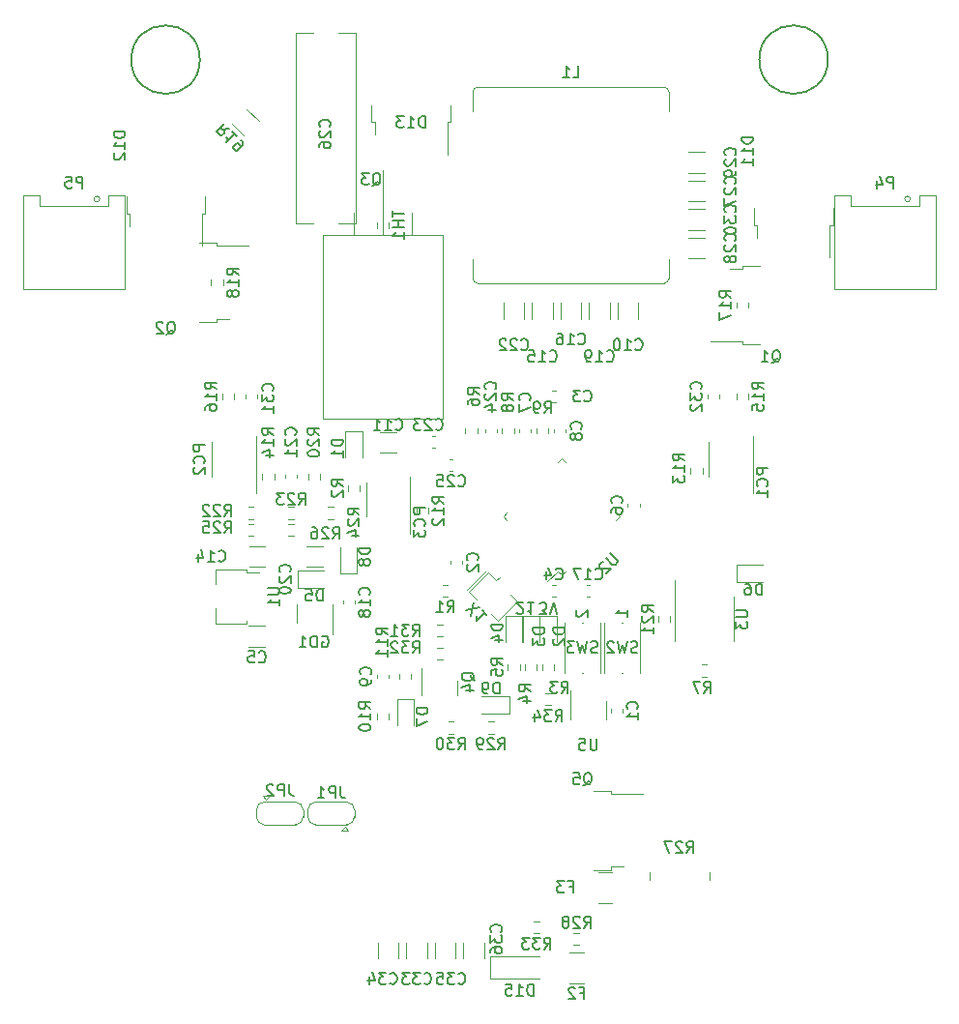
<source format=gbr>
G04 #@! TF.GenerationSoftware,KiCad,Pcbnew,(6.0.8)*
G04 #@! TF.CreationDate,2022-10-28T20:08:31+09:00*
G04 #@! TF.ProjectId,ORION_boost_v2,4f52494f-4e5f-4626-9f6f-73745f76322e,rev?*
G04 #@! TF.SameCoordinates,Original*
G04 #@! TF.FileFunction,Legend,Bot*
G04 #@! TF.FilePolarity,Positive*
%FSLAX46Y46*%
G04 Gerber Fmt 4.6, Leading zero omitted, Abs format (unit mm)*
G04 Created by KiCad (PCBNEW (6.0.8)) date 2022-10-28 20:08:31*
%MOMM*%
%LPD*%
G01*
G04 APERTURE LIST*
%ADD10C,0.150000*%
%ADD11C,0.120000*%
G04 APERTURE END LIST*
D10*
X155500000Y-53000000D02*
G75*
G03*
X155500000Y-53000000I-3000000J0D01*
G01*
X100500000Y-53000000D02*
G75*
G03*
X100500000Y-53000000I-3000000J0D01*
G01*
X133547619Y-101214285D02*
X133500000Y-101261904D01*
X133452380Y-101357142D01*
X133452380Y-101595238D01*
X133500000Y-101690476D01*
X133547619Y-101738095D01*
X133642857Y-101785714D01*
X133738095Y-101785714D01*
X133880952Y-101738095D01*
X134452380Y-101166666D01*
X134452380Y-101785714D01*
X130238095Y-101547619D02*
X130857142Y-101547619D01*
X130523809Y-101166666D01*
X130666666Y-101166666D01*
X130761904Y-101119047D01*
X130809523Y-101071428D01*
X130857142Y-100976190D01*
X130857142Y-100738095D01*
X130809523Y-100642857D01*
X130761904Y-100595238D01*
X130666666Y-100547619D01*
X130380952Y-100547619D01*
X130285714Y-100595238D01*
X130238095Y-100642857D01*
X131142857Y-101547619D02*
X131476190Y-100547619D01*
X131809523Y-101547619D01*
X137952380Y-101785714D02*
X137952380Y-101214285D01*
X137952380Y-101500000D02*
X136952380Y-101500000D01*
X137095238Y-101404761D01*
X137190476Y-101309523D01*
X137238095Y-101214285D01*
X128238095Y-101452380D02*
X128285714Y-101500000D01*
X128380952Y-101547619D01*
X128619047Y-101547619D01*
X128714285Y-101500000D01*
X128761904Y-101452380D01*
X128809523Y-101357142D01*
X128809523Y-101261904D01*
X128761904Y-101119047D01*
X128190476Y-100547619D01*
X128809523Y-100547619D01*
X129761904Y-100547619D02*
X129190476Y-100547619D01*
X129476190Y-100547619D02*
X129476190Y-101547619D01*
X129380952Y-101404761D01*
X129285714Y-101309523D01*
X129190476Y-101261904D01*
X113022380Y-86261904D02*
X112022380Y-86261904D01*
X112022380Y-86500000D01*
X112070000Y-86642857D01*
X112165238Y-86738095D01*
X112260476Y-86785714D01*
X112450952Y-86833333D01*
X112593809Y-86833333D01*
X112784285Y-86785714D01*
X112879523Y-86738095D01*
X112974761Y-86642857D01*
X113022380Y-86500000D01*
X113022380Y-86261904D01*
X113022380Y-87785714D02*
X113022380Y-87214285D01*
X113022380Y-87500000D02*
X112022380Y-87500000D01*
X112165238Y-87404761D01*
X112260476Y-87309523D01*
X112308095Y-87214285D01*
X115452380Y-109857142D02*
X114976190Y-109523809D01*
X115452380Y-109285714D02*
X114452380Y-109285714D01*
X114452380Y-109666666D01*
X114500000Y-109761904D01*
X114547619Y-109809523D01*
X114642857Y-109857142D01*
X114785714Y-109857142D01*
X114880952Y-109809523D01*
X114928571Y-109761904D01*
X114976190Y-109666666D01*
X114976190Y-109285714D01*
X115452380Y-110809523D02*
X115452380Y-110238095D01*
X115452380Y-110523809D02*
X114452380Y-110523809D01*
X114595238Y-110428571D01*
X114690476Y-110333333D01*
X114738095Y-110238095D01*
X114452380Y-111428571D02*
X114452380Y-111523809D01*
X114500000Y-111619047D01*
X114547619Y-111666666D01*
X114642857Y-111714285D01*
X114833333Y-111761904D01*
X115071428Y-111761904D01*
X115261904Y-111714285D01*
X115357142Y-111666666D01*
X115404761Y-111619047D01*
X115452380Y-111523809D01*
X115452380Y-111428571D01*
X115404761Y-111333333D01*
X115357142Y-111285714D01*
X115261904Y-111238095D01*
X115071428Y-111190476D01*
X114833333Y-111190476D01*
X114642857Y-111238095D01*
X114547619Y-111285714D01*
X114500000Y-111333333D01*
X114452380Y-111428571D01*
X133642857Y-77857142D02*
X133690476Y-77904761D01*
X133833333Y-77952380D01*
X133928571Y-77952380D01*
X134071428Y-77904761D01*
X134166666Y-77809523D01*
X134214285Y-77714285D01*
X134261904Y-77523809D01*
X134261904Y-77380952D01*
X134214285Y-77190476D01*
X134166666Y-77095238D01*
X134071428Y-77000000D01*
X133928571Y-76952380D01*
X133833333Y-76952380D01*
X133690476Y-77000000D01*
X133642857Y-77047619D01*
X132690476Y-77952380D02*
X133261904Y-77952380D01*
X132976190Y-77952380D02*
X132976190Y-76952380D01*
X133071428Y-77095238D01*
X133166666Y-77190476D01*
X133261904Y-77238095D01*
X131833333Y-76952380D02*
X132023809Y-76952380D01*
X132119047Y-77000000D01*
X132166666Y-77047619D01*
X132261904Y-77190476D01*
X132309523Y-77380952D01*
X132309523Y-77761904D01*
X132261904Y-77857142D01*
X132214285Y-77904761D01*
X132119047Y-77952380D01*
X131928571Y-77952380D01*
X131833333Y-77904761D01*
X131785714Y-77857142D01*
X131738095Y-77761904D01*
X131738095Y-77523809D01*
X131785714Y-77428571D01*
X131833333Y-77380952D01*
X131928571Y-77333333D01*
X132119047Y-77333333D01*
X132214285Y-77380952D01*
X132261904Y-77428571D01*
X132309523Y-77523809D01*
X117642857Y-85357142D02*
X117690476Y-85404761D01*
X117833333Y-85452380D01*
X117928571Y-85452380D01*
X118071428Y-85404761D01*
X118166666Y-85309523D01*
X118214285Y-85214285D01*
X118261904Y-85023809D01*
X118261904Y-84880952D01*
X118214285Y-84690476D01*
X118166666Y-84595238D01*
X118071428Y-84500000D01*
X117928571Y-84452380D01*
X117833333Y-84452380D01*
X117690476Y-84500000D01*
X117642857Y-84547619D01*
X116690476Y-85452380D02*
X117261904Y-85452380D01*
X116976190Y-85452380D02*
X116976190Y-84452380D01*
X117071428Y-84595238D01*
X117166666Y-84690476D01*
X117261904Y-84738095D01*
X115738095Y-85452380D02*
X116309523Y-85452380D01*
X116023809Y-85452380D02*
X116023809Y-84452380D01*
X116119047Y-84595238D01*
X116214285Y-84690476D01*
X116309523Y-84738095D01*
X90238095Y-64252380D02*
X90238095Y-63252380D01*
X89857142Y-63252380D01*
X89761904Y-63300000D01*
X89714285Y-63347619D01*
X89666666Y-63442857D01*
X89666666Y-63585714D01*
X89714285Y-63680952D01*
X89761904Y-63728571D01*
X89857142Y-63776190D01*
X90238095Y-63776190D01*
X88761904Y-63252380D02*
X89238095Y-63252380D01*
X89285714Y-63728571D01*
X89238095Y-63680952D01*
X89142857Y-63633333D01*
X88904761Y-63633333D01*
X88809523Y-63680952D01*
X88761904Y-63728571D01*
X88714285Y-63823809D01*
X88714285Y-64061904D01*
X88761904Y-64157142D01*
X88809523Y-64204761D01*
X88904761Y-64252380D01*
X89142857Y-64252380D01*
X89238095Y-64204761D01*
X89285714Y-64157142D01*
X136142857Y-79357142D02*
X136190476Y-79404761D01*
X136333333Y-79452380D01*
X136428571Y-79452380D01*
X136571428Y-79404761D01*
X136666666Y-79309523D01*
X136714285Y-79214285D01*
X136761904Y-79023809D01*
X136761904Y-78880952D01*
X136714285Y-78690476D01*
X136666666Y-78595238D01*
X136571428Y-78500000D01*
X136428571Y-78452380D01*
X136333333Y-78452380D01*
X136190476Y-78500000D01*
X136142857Y-78547619D01*
X135190476Y-79452380D02*
X135761904Y-79452380D01*
X135476190Y-79452380D02*
X135476190Y-78452380D01*
X135571428Y-78595238D01*
X135666666Y-78690476D01*
X135761904Y-78738095D01*
X134714285Y-79452380D02*
X134523809Y-79452380D01*
X134428571Y-79404761D01*
X134380952Y-79357142D01*
X134285714Y-79214285D01*
X134238095Y-79023809D01*
X134238095Y-78642857D01*
X134285714Y-78547619D01*
X134333333Y-78500000D01*
X134428571Y-78452380D01*
X134619047Y-78452380D01*
X134714285Y-78500000D01*
X134761904Y-78547619D01*
X134809523Y-78642857D01*
X134809523Y-78880952D01*
X134761904Y-78976190D01*
X134714285Y-79023809D01*
X134619047Y-79071428D01*
X134428571Y-79071428D01*
X134333333Y-79023809D01*
X134285714Y-78976190D01*
X134238095Y-78880952D01*
X108333333Y-116452380D02*
X108333333Y-117166666D01*
X108380952Y-117309523D01*
X108476190Y-117404761D01*
X108619047Y-117452380D01*
X108714285Y-117452380D01*
X107857142Y-117452380D02*
X107857142Y-116452380D01*
X107476190Y-116452380D01*
X107380952Y-116500000D01*
X107333333Y-116547619D01*
X107285714Y-116642857D01*
X107285714Y-116785714D01*
X107333333Y-116880952D01*
X107380952Y-116928571D01*
X107476190Y-116976190D01*
X107857142Y-116976190D01*
X106904761Y-116547619D02*
X106857142Y-116500000D01*
X106761904Y-116452380D01*
X106523809Y-116452380D01*
X106428571Y-116500000D01*
X106380952Y-116547619D01*
X106333333Y-116642857D01*
X106333333Y-116738095D01*
X106380952Y-116880952D01*
X106952380Y-117452380D01*
X106333333Y-117452380D01*
X132166666Y-108452380D02*
X132500000Y-107976190D01*
X132738095Y-108452380D02*
X132738095Y-107452380D01*
X132357142Y-107452380D01*
X132261904Y-107500000D01*
X132214285Y-107547619D01*
X132166666Y-107642857D01*
X132166666Y-107785714D01*
X132214285Y-107880952D01*
X132261904Y-107928571D01*
X132357142Y-107976190D01*
X132738095Y-107976190D01*
X131833333Y-107452380D02*
X131214285Y-107452380D01*
X131547619Y-107833333D01*
X131404761Y-107833333D01*
X131309523Y-107880952D01*
X131261904Y-107928571D01*
X131214285Y-108023809D01*
X131214285Y-108261904D01*
X131261904Y-108357142D01*
X131309523Y-108404761D01*
X131404761Y-108452380D01*
X131690476Y-108452380D01*
X131785714Y-108404761D01*
X131833333Y-108357142D01*
X138787142Y-109833333D02*
X138834761Y-109785714D01*
X138882380Y-109642857D01*
X138882380Y-109547619D01*
X138834761Y-109404761D01*
X138739523Y-109309523D01*
X138644285Y-109261904D01*
X138453809Y-109214285D01*
X138310952Y-109214285D01*
X138120476Y-109261904D01*
X138025238Y-109309523D01*
X137930000Y-109404761D01*
X137882380Y-109547619D01*
X137882380Y-109642857D01*
X137930000Y-109785714D01*
X137977619Y-109833333D01*
X138882380Y-110785714D02*
X138882380Y-110214285D01*
X138882380Y-110500000D02*
X137882380Y-110500000D01*
X138025238Y-110404761D01*
X138120476Y-110309523D01*
X138168095Y-110214285D01*
X105666666Y-105707142D02*
X105714285Y-105754761D01*
X105857142Y-105802380D01*
X105952380Y-105802380D01*
X106095238Y-105754761D01*
X106190476Y-105659523D01*
X106238095Y-105564285D01*
X106285714Y-105373809D01*
X106285714Y-105230952D01*
X106238095Y-105040476D01*
X106190476Y-104945238D01*
X106095238Y-104850000D01*
X105952380Y-104802380D01*
X105857142Y-104802380D01*
X105714285Y-104850000D01*
X105666666Y-104897619D01*
X104761904Y-104802380D02*
X105238095Y-104802380D01*
X105285714Y-105278571D01*
X105238095Y-105230952D01*
X105142857Y-105183333D01*
X104904761Y-105183333D01*
X104809523Y-105230952D01*
X104761904Y-105278571D01*
X104714285Y-105373809D01*
X104714285Y-105611904D01*
X104761904Y-105707142D01*
X104809523Y-105754761D01*
X104904761Y-105802380D01*
X105142857Y-105802380D01*
X105238095Y-105754761D01*
X105285714Y-105707142D01*
X130666666Y-83952380D02*
X131000000Y-83476190D01*
X131238095Y-83952380D02*
X131238095Y-82952380D01*
X130857142Y-82952380D01*
X130761904Y-83000000D01*
X130714285Y-83047619D01*
X130666666Y-83142857D01*
X130666666Y-83285714D01*
X130714285Y-83380952D01*
X130761904Y-83428571D01*
X130857142Y-83476190D01*
X131238095Y-83476190D01*
X130190476Y-83952380D02*
X130000000Y-83952380D01*
X129904761Y-83904761D01*
X129857142Y-83857142D01*
X129761904Y-83714285D01*
X129714285Y-83523809D01*
X129714285Y-83142857D01*
X129761904Y-83047619D01*
X129809523Y-83000000D01*
X129904761Y-82952380D01*
X130095238Y-82952380D01*
X130190476Y-83000000D01*
X130238095Y-83047619D01*
X130285714Y-83142857D01*
X130285714Y-83380952D01*
X130238095Y-83476190D01*
X130190476Y-83523809D01*
X130095238Y-83571428D01*
X129904761Y-83571428D01*
X129809523Y-83523809D01*
X129761904Y-83476190D01*
X129714285Y-83380952D01*
X121882380Y-91857142D02*
X121406190Y-91523809D01*
X121882380Y-91285714D02*
X120882380Y-91285714D01*
X120882380Y-91666666D01*
X120930000Y-91761904D01*
X120977619Y-91809523D01*
X121072857Y-91857142D01*
X121215714Y-91857142D01*
X121310952Y-91809523D01*
X121358571Y-91761904D01*
X121406190Y-91666666D01*
X121406190Y-91285714D01*
X121882380Y-92809523D02*
X121882380Y-92238095D01*
X121882380Y-92523809D02*
X120882380Y-92523809D01*
X121025238Y-92428571D01*
X121120476Y-92333333D01*
X121168095Y-92238095D01*
X120977619Y-93190476D02*
X120930000Y-93238095D01*
X120882380Y-93333333D01*
X120882380Y-93571428D01*
X120930000Y-93666666D01*
X120977619Y-93714285D01*
X121072857Y-93761904D01*
X121168095Y-93761904D01*
X121310952Y-93714285D01*
X121882380Y-93142857D01*
X121882380Y-93761904D01*
X111214285Y-103500000D02*
X111309523Y-103452380D01*
X111452380Y-103452380D01*
X111595238Y-103500000D01*
X111690476Y-103595238D01*
X111738095Y-103690476D01*
X111785714Y-103880952D01*
X111785714Y-104023809D01*
X111738095Y-104214285D01*
X111690476Y-104309523D01*
X111595238Y-104404761D01*
X111452380Y-104452380D01*
X111357142Y-104452380D01*
X111214285Y-104404761D01*
X111166666Y-104357142D01*
X111166666Y-104023809D01*
X111357142Y-104023809D01*
X110738095Y-104452380D02*
X110738095Y-103452380D01*
X110500000Y-103452380D01*
X110357142Y-103500000D01*
X110261904Y-103595238D01*
X110214285Y-103690476D01*
X110166666Y-103880952D01*
X110166666Y-104023809D01*
X110214285Y-104214285D01*
X110261904Y-104309523D01*
X110357142Y-104404761D01*
X110500000Y-104452380D01*
X110738095Y-104452380D01*
X109214285Y-104452380D02*
X109785714Y-104452380D01*
X109500000Y-104452380D02*
X109500000Y-103452380D01*
X109595238Y-103595238D01*
X109690476Y-103690476D01*
X109785714Y-103738095D01*
X103078378Y-59012483D02*
X102505959Y-59113498D01*
X102674317Y-58608422D02*
X101967211Y-59315529D01*
X102236585Y-59584903D01*
X102337600Y-59618575D01*
X102404943Y-59618575D01*
X102505959Y-59584903D01*
X102606974Y-59483888D01*
X102640646Y-59382872D01*
X102640646Y-59315529D01*
X102606974Y-59214514D01*
X102337600Y-58945140D01*
X103751814Y-59685918D02*
X103347753Y-59281857D01*
X103549783Y-59483888D02*
X102842676Y-60190995D01*
X102876348Y-60022636D01*
X102876348Y-59887949D01*
X102842676Y-59786934D01*
X104088531Y-60022636D02*
X104223218Y-60157323D01*
X104256890Y-60258338D01*
X104256890Y-60325682D01*
X104223218Y-60494040D01*
X104122203Y-60662399D01*
X103852829Y-60931773D01*
X103751814Y-60965445D01*
X103684470Y-60965445D01*
X103583455Y-60931773D01*
X103448768Y-60797086D01*
X103415096Y-60696071D01*
X103415096Y-60628727D01*
X103448768Y-60527712D01*
X103617127Y-60359353D01*
X103718142Y-60325682D01*
X103785485Y-60325682D01*
X103886501Y-60359353D01*
X104021188Y-60494040D01*
X104054859Y-60595056D01*
X104054859Y-60662399D01*
X104021188Y-60763414D01*
X129452380Y-108333333D02*
X128976190Y-108000000D01*
X129452380Y-107761904D02*
X128452380Y-107761904D01*
X128452380Y-108142857D01*
X128500000Y-108238095D01*
X128547619Y-108285714D01*
X128642857Y-108333333D01*
X128785714Y-108333333D01*
X128880952Y-108285714D01*
X128928571Y-108238095D01*
X128976190Y-108142857D01*
X128976190Y-107761904D01*
X128785714Y-109190476D02*
X129452380Y-109190476D01*
X128404761Y-108952380D02*
X129119047Y-108714285D01*
X129119047Y-109333333D01*
X109142857Y-91952380D02*
X109476190Y-91476190D01*
X109714285Y-91952380D02*
X109714285Y-90952380D01*
X109333333Y-90952380D01*
X109238095Y-91000000D01*
X109190476Y-91047619D01*
X109142857Y-91142857D01*
X109142857Y-91285714D01*
X109190476Y-91380952D01*
X109238095Y-91428571D01*
X109333333Y-91476190D01*
X109714285Y-91476190D01*
X108761904Y-91047619D02*
X108714285Y-91000000D01*
X108619047Y-90952380D01*
X108380952Y-90952380D01*
X108285714Y-91000000D01*
X108238095Y-91047619D01*
X108190476Y-91142857D01*
X108190476Y-91238095D01*
X108238095Y-91380952D01*
X108809523Y-91952380D01*
X108190476Y-91952380D01*
X107857142Y-90952380D02*
X107238095Y-90952380D01*
X107571428Y-91333333D01*
X107428571Y-91333333D01*
X107333333Y-91380952D01*
X107285714Y-91428571D01*
X107238095Y-91523809D01*
X107238095Y-91761904D01*
X107285714Y-91857142D01*
X107333333Y-91904761D01*
X107428571Y-91952380D01*
X107714285Y-91952380D01*
X107809523Y-91904761D01*
X107857142Y-91857142D01*
X117142857Y-133857142D02*
X117190476Y-133904761D01*
X117333333Y-133952380D01*
X117428571Y-133952380D01*
X117571428Y-133904761D01*
X117666666Y-133809523D01*
X117714285Y-133714285D01*
X117761904Y-133523809D01*
X117761904Y-133380952D01*
X117714285Y-133190476D01*
X117666666Y-133095238D01*
X117571428Y-133000000D01*
X117428571Y-132952380D01*
X117333333Y-132952380D01*
X117190476Y-133000000D01*
X117142857Y-133047619D01*
X116809523Y-132952380D02*
X116190476Y-132952380D01*
X116523809Y-133333333D01*
X116380952Y-133333333D01*
X116285714Y-133380952D01*
X116238095Y-133428571D01*
X116190476Y-133523809D01*
X116190476Y-133761904D01*
X116238095Y-133857142D01*
X116285714Y-133904761D01*
X116380952Y-133952380D01*
X116666666Y-133952380D01*
X116761904Y-133904761D01*
X116809523Y-133857142D01*
X115333333Y-133285714D02*
X115333333Y-133952380D01*
X115571428Y-132904761D02*
X115809523Y-133619047D01*
X115190476Y-133619047D01*
X137427142Y-91833333D02*
X137474761Y-91785714D01*
X137522380Y-91642857D01*
X137522380Y-91547619D01*
X137474761Y-91404761D01*
X137379523Y-91309523D01*
X137284285Y-91261904D01*
X137093809Y-91214285D01*
X136950952Y-91214285D01*
X136760476Y-91261904D01*
X136665238Y-91309523D01*
X136570000Y-91404761D01*
X136522380Y-91547619D01*
X136522380Y-91642857D01*
X136570000Y-91785714D01*
X136617619Y-91833333D01*
X136522380Y-92690476D02*
X136522380Y-92500000D01*
X136570000Y-92404761D01*
X136617619Y-92357142D01*
X136760476Y-92261904D01*
X136950952Y-92214285D01*
X137331904Y-92214285D01*
X137427142Y-92261904D01*
X137474761Y-92309523D01*
X137522380Y-92404761D01*
X137522380Y-92595238D01*
X137474761Y-92690476D01*
X137427142Y-92738095D01*
X137331904Y-92785714D01*
X137093809Y-92785714D01*
X136998571Y-92738095D01*
X136950952Y-92690476D01*
X136903333Y-92595238D01*
X136903333Y-92404761D01*
X136950952Y-92309523D01*
X136998571Y-92261904D01*
X137093809Y-92214285D01*
X147022380Y-73857142D02*
X146546190Y-73523809D01*
X147022380Y-73285714D02*
X146022380Y-73285714D01*
X146022380Y-73666666D01*
X146070000Y-73761904D01*
X146117619Y-73809523D01*
X146212857Y-73857142D01*
X146355714Y-73857142D01*
X146450952Y-73809523D01*
X146498571Y-73761904D01*
X146546190Y-73666666D01*
X146546190Y-73285714D01*
X147022380Y-74809523D02*
X147022380Y-74238095D01*
X147022380Y-74523809D02*
X146022380Y-74523809D01*
X146165238Y-74428571D01*
X146260476Y-74333333D01*
X146308095Y-74238095D01*
X146022380Y-75142857D02*
X146022380Y-75809523D01*
X147022380Y-75380952D01*
X123142857Y-133857142D02*
X123190476Y-133904761D01*
X123333333Y-133952380D01*
X123428571Y-133952380D01*
X123571428Y-133904761D01*
X123666666Y-133809523D01*
X123714285Y-133714285D01*
X123761904Y-133523809D01*
X123761904Y-133380952D01*
X123714285Y-133190476D01*
X123666666Y-133095238D01*
X123571428Y-133000000D01*
X123428571Y-132952380D01*
X123333333Y-132952380D01*
X123190476Y-133000000D01*
X123142857Y-133047619D01*
X122809523Y-132952380D02*
X122190476Y-132952380D01*
X122523809Y-133333333D01*
X122380952Y-133333333D01*
X122285714Y-133380952D01*
X122238095Y-133428571D01*
X122190476Y-133523809D01*
X122190476Y-133761904D01*
X122238095Y-133857142D01*
X122285714Y-133904761D01*
X122380952Y-133952380D01*
X122666666Y-133952380D01*
X122761904Y-133904761D01*
X122809523Y-133857142D01*
X121285714Y-132952380D02*
X121761904Y-132952380D01*
X121809523Y-133428571D01*
X121761904Y-133380952D01*
X121666666Y-133333333D01*
X121428571Y-133333333D01*
X121333333Y-133380952D01*
X121285714Y-133428571D01*
X121238095Y-133523809D01*
X121238095Y-133761904D01*
X121285714Y-133857142D01*
X121333333Y-133904761D01*
X121428571Y-133952380D01*
X121666666Y-133952380D01*
X121761904Y-133904761D01*
X121809523Y-133857142D01*
X115407380Y-95761904D02*
X114407380Y-95761904D01*
X114407380Y-96000000D01*
X114455000Y-96142857D01*
X114550238Y-96238095D01*
X114645476Y-96285714D01*
X114835952Y-96333333D01*
X114978809Y-96333333D01*
X115169285Y-96285714D01*
X115264523Y-96238095D01*
X115359761Y-96142857D01*
X115407380Y-96000000D01*
X115407380Y-95761904D01*
X114835952Y-96904761D02*
X114788333Y-96809523D01*
X114740714Y-96761904D01*
X114645476Y-96714285D01*
X114597857Y-96714285D01*
X114502619Y-96761904D01*
X114455000Y-96809523D01*
X114407380Y-96904761D01*
X114407380Y-97095238D01*
X114455000Y-97190476D01*
X114502619Y-97238095D01*
X114597857Y-97285714D01*
X114645476Y-97285714D01*
X114740714Y-97238095D01*
X114788333Y-97190476D01*
X114835952Y-97095238D01*
X114835952Y-96904761D01*
X114883571Y-96809523D01*
X114931190Y-96761904D01*
X115026428Y-96714285D01*
X115216904Y-96714285D01*
X115312142Y-96761904D01*
X115359761Y-96809523D01*
X115407380Y-96904761D01*
X115407380Y-97095238D01*
X115359761Y-97190476D01*
X115312142Y-97238095D01*
X115216904Y-97285714D01*
X115026428Y-97285714D01*
X114931190Y-97238095D01*
X114883571Y-97190476D01*
X114835952Y-97095238D01*
X106952380Y-85857142D02*
X106476190Y-85523809D01*
X106952380Y-85285714D02*
X105952380Y-85285714D01*
X105952380Y-85666666D01*
X106000000Y-85761904D01*
X106047619Y-85809523D01*
X106142857Y-85857142D01*
X106285714Y-85857142D01*
X106380952Y-85809523D01*
X106428571Y-85761904D01*
X106476190Y-85666666D01*
X106476190Y-85285714D01*
X106952380Y-86809523D02*
X106952380Y-86238095D01*
X106952380Y-86523809D02*
X105952380Y-86523809D01*
X106095238Y-86428571D01*
X106190476Y-86333333D01*
X106238095Y-86238095D01*
X106285714Y-87666666D02*
X106952380Y-87666666D01*
X105904761Y-87428571D02*
X106619047Y-87190476D01*
X106619047Y-87809523D01*
X148952380Y-59785714D02*
X147952380Y-59785714D01*
X147952380Y-60023809D01*
X148000000Y-60166666D01*
X148095238Y-60261904D01*
X148190476Y-60309523D01*
X148380952Y-60357142D01*
X148523809Y-60357142D01*
X148714285Y-60309523D01*
X148809523Y-60261904D01*
X148904761Y-60166666D01*
X148952380Y-60023809D01*
X148952380Y-59785714D01*
X148952380Y-61309523D02*
X148952380Y-60738095D01*
X148952380Y-61023809D02*
X147952380Y-61023809D01*
X148095238Y-60928571D01*
X148190476Y-60833333D01*
X148238095Y-60738095D01*
X148952380Y-62261904D02*
X148952380Y-61690476D01*
X148952380Y-61976190D02*
X147952380Y-61976190D01*
X148095238Y-61880952D01*
X148190476Y-61785714D01*
X148238095Y-61690476D01*
X129357142Y-82833333D02*
X129404761Y-82785714D01*
X129452380Y-82642857D01*
X129452380Y-82547619D01*
X129404761Y-82404761D01*
X129309523Y-82309523D01*
X129214285Y-82261904D01*
X129023809Y-82214285D01*
X128880952Y-82214285D01*
X128690476Y-82261904D01*
X128595238Y-82309523D01*
X128500000Y-82404761D01*
X128452380Y-82547619D01*
X128452380Y-82642857D01*
X128500000Y-82785714D01*
X128547619Y-82833333D01*
X128452380Y-83166666D02*
X128452380Y-83833333D01*
X129452380Y-83404761D01*
X116952380Y-103357142D02*
X116476190Y-103023809D01*
X116952380Y-102785714D02*
X115952380Y-102785714D01*
X115952380Y-103166666D01*
X116000000Y-103261904D01*
X116047619Y-103309523D01*
X116142857Y-103357142D01*
X116285714Y-103357142D01*
X116380952Y-103309523D01*
X116428571Y-103261904D01*
X116476190Y-103166666D01*
X116476190Y-102785714D01*
X116952380Y-104309523D02*
X116952380Y-103738095D01*
X116952380Y-104023809D02*
X115952380Y-104023809D01*
X116095238Y-103928571D01*
X116190476Y-103833333D01*
X116238095Y-103738095D01*
X116952380Y-105261904D02*
X116952380Y-104690476D01*
X116952380Y-104976190D02*
X115952380Y-104976190D01*
X116095238Y-104880952D01*
X116190476Y-104785714D01*
X116238095Y-104690476D01*
X134166666Y-82857142D02*
X134214285Y-82904761D01*
X134357142Y-82952380D01*
X134452380Y-82952380D01*
X134595238Y-82904761D01*
X134690476Y-82809523D01*
X134738095Y-82714285D01*
X134785714Y-82523809D01*
X134785714Y-82380952D01*
X134738095Y-82190476D01*
X134690476Y-82095238D01*
X134595238Y-82000000D01*
X134452380Y-81952380D01*
X134357142Y-81952380D01*
X134214285Y-82000000D01*
X134166666Y-82047619D01*
X133833333Y-81952380D02*
X133214285Y-81952380D01*
X133547619Y-82333333D01*
X133404761Y-82333333D01*
X133309523Y-82380952D01*
X133261904Y-82428571D01*
X133214285Y-82523809D01*
X133214285Y-82761904D01*
X133261904Y-82857142D01*
X133309523Y-82904761D01*
X133404761Y-82952380D01*
X133690476Y-82952380D01*
X133785714Y-82904761D01*
X133833333Y-82857142D01*
X134142857Y-129022380D02*
X134476190Y-128546190D01*
X134714285Y-129022380D02*
X134714285Y-128022380D01*
X134333333Y-128022380D01*
X134238095Y-128070000D01*
X134190476Y-128117619D01*
X134142857Y-128212857D01*
X134142857Y-128355714D01*
X134190476Y-128450952D01*
X134238095Y-128498571D01*
X134333333Y-128546190D01*
X134714285Y-128546190D01*
X133761904Y-128117619D02*
X133714285Y-128070000D01*
X133619047Y-128022380D01*
X133380952Y-128022380D01*
X133285714Y-128070000D01*
X133238095Y-128117619D01*
X133190476Y-128212857D01*
X133190476Y-128308095D01*
X133238095Y-128450952D01*
X133809523Y-129022380D01*
X133190476Y-129022380D01*
X132619047Y-128450952D02*
X132714285Y-128403333D01*
X132761904Y-128355714D01*
X132809523Y-128260476D01*
X132809523Y-128212857D01*
X132761904Y-128117619D01*
X132714285Y-128070000D01*
X132619047Y-128022380D01*
X132428571Y-128022380D01*
X132333333Y-128070000D01*
X132285714Y-128117619D01*
X132238095Y-128212857D01*
X132238095Y-128260476D01*
X132285714Y-128355714D01*
X132333333Y-128403333D01*
X132428571Y-128450952D01*
X132619047Y-128450952D01*
X132714285Y-128498571D01*
X132761904Y-128546190D01*
X132809523Y-128641428D01*
X132809523Y-128831904D01*
X132761904Y-128927142D01*
X132714285Y-128974761D01*
X132619047Y-129022380D01*
X132428571Y-129022380D01*
X132333333Y-128974761D01*
X132285714Y-128927142D01*
X132238095Y-128831904D01*
X132238095Y-128641428D01*
X132285714Y-128546190D01*
X132333333Y-128498571D01*
X132428571Y-128450952D01*
X119142857Y-104952380D02*
X119476190Y-104476190D01*
X119714285Y-104952380D02*
X119714285Y-103952380D01*
X119333333Y-103952380D01*
X119238095Y-104000000D01*
X119190476Y-104047619D01*
X119142857Y-104142857D01*
X119142857Y-104285714D01*
X119190476Y-104380952D01*
X119238095Y-104428571D01*
X119333333Y-104476190D01*
X119714285Y-104476190D01*
X118809523Y-103952380D02*
X118190476Y-103952380D01*
X118523809Y-104333333D01*
X118380952Y-104333333D01*
X118285714Y-104380952D01*
X118238095Y-104428571D01*
X118190476Y-104523809D01*
X118190476Y-104761904D01*
X118238095Y-104857142D01*
X118285714Y-104904761D01*
X118380952Y-104952380D01*
X118666666Y-104952380D01*
X118761904Y-104904761D01*
X118809523Y-104857142D01*
X117809523Y-104047619D02*
X117761904Y-104000000D01*
X117666666Y-103952380D01*
X117428571Y-103952380D01*
X117333333Y-104000000D01*
X117285714Y-104047619D01*
X117238095Y-104142857D01*
X117238095Y-104238095D01*
X117285714Y-104380952D01*
X117857142Y-104952380D01*
X117238095Y-104952380D01*
X127022380Y-106008333D02*
X126546190Y-105675000D01*
X127022380Y-105436904D02*
X126022380Y-105436904D01*
X126022380Y-105817857D01*
X126070000Y-105913095D01*
X126117619Y-105960714D01*
X126212857Y-106008333D01*
X126355714Y-106008333D01*
X126450952Y-105960714D01*
X126498571Y-105913095D01*
X126546190Y-105817857D01*
X126546190Y-105436904D01*
X126022380Y-106913095D02*
X126022380Y-106436904D01*
X126498571Y-106389285D01*
X126450952Y-106436904D01*
X126403333Y-106532142D01*
X126403333Y-106770238D01*
X126450952Y-106865476D01*
X126498571Y-106913095D01*
X126593809Y-106960714D01*
X126831904Y-106960714D01*
X126927142Y-106913095D01*
X126974761Y-106865476D01*
X127022380Y-106770238D01*
X127022380Y-106532142D01*
X126974761Y-106436904D01*
X126927142Y-106389285D01*
X123142857Y-113382380D02*
X123476190Y-112906190D01*
X123714285Y-113382380D02*
X123714285Y-112382380D01*
X123333333Y-112382380D01*
X123238095Y-112430000D01*
X123190476Y-112477619D01*
X123142857Y-112572857D01*
X123142857Y-112715714D01*
X123190476Y-112810952D01*
X123238095Y-112858571D01*
X123333333Y-112906190D01*
X123714285Y-112906190D01*
X122809523Y-112382380D02*
X122190476Y-112382380D01*
X122523809Y-112763333D01*
X122380952Y-112763333D01*
X122285714Y-112810952D01*
X122238095Y-112858571D01*
X122190476Y-112953809D01*
X122190476Y-113191904D01*
X122238095Y-113287142D01*
X122285714Y-113334761D01*
X122380952Y-113382380D01*
X122666666Y-113382380D01*
X122761904Y-113334761D01*
X122809523Y-113287142D01*
X121571428Y-112382380D02*
X121476190Y-112382380D01*
X121380952Y-112430000D01*
X121333333Y-112477619D01*
X121285714Y-112572857D01*
X121238095Y-112763333D01*
X121238095Y-113001428D01*
X121285714Y-113191904D01*
X121333333Y-113287142D01*
X121380952Y-113334761D01*
X121476190Y-113382380D01*
X121571428Y-113382380D01*
X121666666Y-113334761D01*
X121714285Y-113287142D01*
X121761904Y-113191904D01*
X121809523Y-113001428D01*
X121809523Y-112763333D01*
X121761904Y-112572857D01*
X121714285Y-112477619D01*
X121666666Y-112430000D01*
X121571428Y-112382380D01*
X126642857Y-113382380D02*
X126976190Y-112906190D01*
X127214285Y-113382380D02*
X127214285Y-112382380D01*
X126833333Y-112382380D01*
X126738095Y-112430000D01*
X126690476Y-112477619D01*
X126642857Y-112572857D01*
X126642857Y-112715714D01*
X126690476Y-112810952D01*
X126738095Y-112858571D01*
X126833333Y-112906190D01*
X127214285Y-112906190D01*
X126261904Y-112477619D02*
X126214285Y-112430000D01*
X126119047Y-112382380D01*
X125880952Y-112382380D01*
X125785714Y-112430000D01*
X125738095Y-112477619D01*
X125690476Y-112572857D01*
X125690476Y-112668095D01*
X125738095Y-112810952D01*
X126309523Y-113382380D01*
X125690476Y-113382380D01*
X125214285Y-113382380D02*
X125023809Y-113382380D01*
X124928571Y-113334761D01*
X124880952Y-113287142D01*
X124785714Y-113144285D01*
X124738095Y-112953809D01*
X124738095Y-112572857D01*
X124785714Y-112477619D01*
X124833333Y-112430000D01*
X124928571Y-112382380D01*
X125119047Y-112382380D01*
X125214285Y-112430000D01*
X125261904Y-112477619D01*
X125309523Y-112572857D01*
X125309523Y-112810952D01*
X125261904Y-112906190D01*
X125214285Y-112953809D01*
X125119047Y-113001428D01*
X124928571Y-113001428D01*
X124833333Y-112953809D01*
X124785714Y-112906190D01*
X124738095Y-112810952D01*
X102642857Y-94452380D02*
X102976190Y-93976190D01*
X103214285Y-94452380D02*
X103214285Y-93452380D01*
X102833333Y-93452380D01*
X102738095Y-93500000D01*
X102690476Y-93547619D01*
X102642857Y-93642857D01*
X102642857Y-93785714D01*
X102690476Y-93880952D01*
X102738095Y-93928571D01*
X102833333Y-93976190D01*
X103214285Y-93976190D01*
X102261904Y-93547619D02*
X102214285Y-93500000D01*
X102119047Y-93452380D01*
X101880952Y-93452380D01*
X101785714Y-93500000D01*
X101738095Y-93547619D01*
X101690476Y-93642857D01*
X101690476Y-93738095D01*
X101738095Y-93880952D01*
X102309523Y-94452380D01*
X101690476Y-94452380D01*
X100785714Y-93452380D02*
X101261904Y-93452380D01*
X101309523Y-93928571D01*
X101261904Y-93880952D01*
X101166666Y-93833333D01*
X100928571Y-93833333D01*
X100833333Y-93880952D01*
X100785714Y-93928571D01*
X100738095Y-94023809D01*
X100738095Y-94261904D01*
X100785714Y-94357142D01*
X100833333Y-94404761D01*
X100928571Y-94452380D01*
X101166666Y-94452380D01*
X101261904Y-94404761D01*
X101309523Y-94357142D01*
X115427142Y-106833333D02*
X115474761Y-106785714D01*
X115522380Y-106642857D01*
X115522380Y-106547619D01*
X115474761Y-106404761D01*
X115379523Y-106309523D01*
X115284285Y-106261904D01*
X115093809Y-106214285D01*
X114950952Y-106214285D01*
X114760476Y-106261904D01*
X114665238Y-106309523D01*
X114570000Y-106404761D01*
X114522380Y-106547619D01*
X114522380Y-106642857D01*
X114570000Y-106785714D01*
X114617619Y-106833333D01*
X115522380Y-107309523D02*
X115522380Y-107500000D01*
X115474761Y-107595238D01*
X115427142Y-107642857D01*
X115284285Y-107738095D01*
X115093809Y-107785714D01*
X114712857Y-107785714D01*
X114617619Y-107738095D01*
X114570000Y-107690476D01*
X114522380Y-107595238D01*
X114522380Y-107404761D01*
X114570000Y-107309523D01*
X114617619Y-107261904D01*
X114712857Y-107214285D01*
X114950952Y-107214285D01*
X115046190Y-107261904D01*
X115093809Y-107309523D01*
X115141428Y-107404761D01*
X115141428Y-107595238D01*
X115093809Y-107690476D01*
X115046190Y-107738095D01*
X114950952Y-107785714D01*
X123142857Y-90287142D02*
X123190476Y-90334761D01*
X123333333Y-90382380D01*
X123428571Y-90382380D01*
X123571428Y-90334761D01*
X123666666Y-90239523D01*
X123714285Y-90144285D01*
X123761904Y-89953809D01*
X123761904Y-89810952D01*
X123714285Y-89620476D01*
X123666666Y-89525238D01*
X123571428Y-89430000D01*
X123428571Y-89382380D01*
X123333333Y-89382380D01*
X123190476Y-89430000D01*
X123142857Y-89477619D01*
X122761904Y-89477619D02*
X122714285Y-89430000D01*
X122619047Y-89382380D01*
X122380952Y-89382380D01*
X122285714Y-89430000D01*
X122238095Y-89477619D01*
X122190476Y-89572857D01*
X122190476Y-89668095D01*
X122238095Y-89810952D01*
X122809523Y-90382380D01*
X122190476Y-90382380D01*
X121285714Y-89382380D02*
X121761904Y-89382380D01*
X121809523Y-89858571D01*
X121761904Y-89810952D01*
X121666666Y-89763333D01*
X121428571Y-89763333D01*
X121333333Y-89810952D01*
X121285714Y-89858571D01*
X121238095Y-89953809D01*
X121238095Y-90191904D01*
X121285714Y-90287142D01*
X121333333Y-90334761D01*
X121428571Y-90382380D01*
X121666666Y-90382380D01*
X121761904Y-90334761D01*
X121809523Y-90287142D01*
X136463097Y-96210601D02*
X137035517Y-96783021D01*
X137069189Y-96884036D01*
X137069189Y-96951380D01*
X137035517Y-97052395D01*
X136900830Y-97187082D01*
X136799815Y-97220754D01*
X136732471Y-97220754D01*
X136631456Y-97187082D01*
X136059036Y-96614662D01*
X135823334Y-96985052D02*
X135755991Y-96985052D01*
X135654975Y-97018723D01*
X135486617Y-97187082D01*
X135452945Y-97288097D01*
X135452945Y-97355441D01*
X135486617Y-97456456D01*
X135553960Y-97523800D01*
X135688647Y-97591143D01*
X136496769Y-97591143D01*
X136059036Y-98028876D01*
X131666666Y-98427142D02*
X131714285Y-98474761D01*
X131857142Y-98522380D01*
X131952380Y-98522380D01*
X132095238Y-98474761D01*
X132190476Y-98379523D01*
X132238095Y-98284285D01*
X132285714Y-98093809D01*
X132285714Y-97950952D01*
X132238095Y-97760476D01*
X132190476Y-97665238D01*
X132095238Y-97570000D01*
X131952380Y-97522380D01*
X131857142Y-97522380D01*
X131714285Y-97570000D01*
X131666666Y-97617619D01*
X130809523Y-97855714D02*
X130809523Y-98522380D01*
X131047619Y-97474761D02*
X131285714Y-98189047D01*
X130666666Y-98189047D01*
X123801141Y-101229019D02*
X124979652Y-100993317D01*
X124272545Y-101700423D02*
X124508247Y-100521912D01*
X125619415Y-101633080D02*
X125215354Y-101229019D01*
X125417385Y-101431049D02*
X124710278Y-102138156D01*
X124743950Y-101969797D01*
X124743950Y-101835110D01*
X124710278Y-101734095D01*
X149738095Y-99882380D02*
X149738095Y-98882380D01*
X149500000Y-98882380D01*
X149357142Y-98930000D01*
X149261904Y-99025238D01*
X149214285Y-99120476D01*
X149166666Y-99310952D01*
X149166666Y-99453809D01*
X149214285Y-99644285D01*
X149261904Y-99739523D01*
X149357142Y-99834761D01*
X149500000Y-99882380D01*
X149738095Y-99882380D01*
X148309523Y-98882380D02*
X148500000Y-98882380D01*
X148595238Y-98930000D01*
X148642857Y-98977619D01*
X148738095Y-99120476D01*
X148785714Y-99310952D01*
X148785714Y-99691904D01*
X148738095Y-99787142D01*
X148690476Y-99834761D01*
X148595238Y-99882380D01*
X148404761Y-99882380D01*
X148309523Y-99834761D01*
X148261904Y-99787142D01*
X148214285Y-99691904D01*
X148214285Y-99453809D01*
X148261904Y-99358571D01*
X148309523Y-99310952D01*
X148404761Y-99263333D01*
X148595238Y-99263333D01*
X148690476Y-99310952D01*
X148738095Y-99358571D01*
X148785714Y-99453809D01*
X147357142Y-63857142D02*
X147404761Y-63809523D01*
X147452380Y-63666666D01*
X147452380Y-63571428D01*
X147404761Y-63428571D01*
X147309523Y-63333333D01*
X147214285Y-63285714D01*
X147023809Y-63238095D01*
X146880952Y-63238095D01*
X146690476Y-63285714D01*
X146595238Y-63333333D01*
X146500000Y-63428571D01*
X146452380Y-63571428D01*
X146452380Y-63666666D01*
X146500000Y-63809523D01*
X146547619Y-63857142D01*
X146547619Y-64238095D02*
X146500000Y-64285714D01*
X146452380Y-64380952D01*
X146452380Y-64619047D01*
X146500000Y-64714285D01*
X146547619Y-64761904D01*
X146642857Y-64809523D01*
X146738095Y-64809523D01*
X146880952Y-64761904D01*
X147452380Y-64190476D01*
X147452380Y-64809523D01*
X146452380Y-65142857D02*
X146452380Y-65809523D01*
X147452380Y-65380952D01*
X100952380Y-86761904D02*
X99952380Y-86761904D01*
X99952380Y-87142857D01*
X100000000Y-87238095D01*
X100047619Y-87285714D01*
X100142857Y-87333333D01*
X100285714Y-87333333D01*
X100380952Y-87285714D01*
X100428571Y-87238095D01*
X100476190Y-87142857D01*
X100476190Y-86761904D01*
X100857142Y-88333333D02*
X100904761Y-88285714D01*
X100952380Y-88142857D01*
X100952380Y-88047619D01*
X100904761Y-87904761D01*
X100809523Y-87809523D01*
X100714285Y-87761904D01*
X100523809Y-87714285D01*
X100380952Y-87714285D01*
X100190476Y-87761904D01*
X100095238Y-87809523D01*
X100000000Y-87904761D01*
X99952380Y-88047619D01*
X99952380Y-88142857D01*
X100000000Y-88285714D01*
X100047619Y-88333333D01*
X100047619Y-88714285D02*
X100000000Y-88761904D01*
X99952380Y-88857142D01*
X99952380Y-89095238D01*
X100000000Y-89190476D01*
X100047619Y-89238095D01*
X100142857Y-89285714D01*
X100238095Y-89285714D01*
X100380952Y-89238095D01*
X100952380Y-88666666D01*
X100952380Y-89285714D01*
X102642857Y-92952380D02*
X102976190Y-92476190D01*
X103214285Y-92952380D02*
X103214285Y-91952380D01*
X102833333Y-91952380D01*
X102738095Y-92000000D01*
X102690476Y-92047619D01*
X102642857Y-92142857D01*
X102642857Y-92285714D01*
X102690476Y-92380952D01*
X102738095Y-92428571D01*
X102833333Y-92476190D01*
X103214285Y-92476190D01*
X102261904Y-92047619D02*
X102214285Y-92000000D01*
X102119047Y-91952380D01*
X101880952Y-91952380D01*
X101785714Y-92000000D01*
X101738095Y-92047619D01*
X101690476Y-92142857D01*
X101690476Y-92238095D01*
X101738095Y-92380952D01*
X102309523Y-92952380D01*
X101690476Y-92952380D01*
X101309523Y-92047619D02*
X101261904Y-92000000D01*
X101166666Y-91952380D01*
X100928571Y-91952380D01*
X100833333Y-92000000D01*
X100785714Y-92047619D01*
X100738095Y-92142857D01*
X100738095Y-92238095D01*
X100785714Y-92380952D01*
X101357142Y-92952380D01*
X100738095Y-92952380D01*
X133833333Y-134708571D02*
X134166666Y-134708571D01*
X134166666Y-135232380D02*
X134166666Y-134232380D01*
X133690476Y-134232380D01*
X133357142Y-134327619D02*
X133309523Y-134280000D01*
X133214285Y-134232380D01*
X132976190Y-134232380D01*
X132880952Y-134280000D01*
X132833333Y-134327619D01*
X132785714Y-134422857D01*
X132785714Y-134518095D01*
X132833333Y-134660952D01*
X133404761Y-135232380D01*
X132785714Y-135232380D01*
X108857142Y-85857142D02*
X108904761Y-85809523D01*
X108952380Y-85666666D01*
X108952380Y-85571428D01*
X108904761Y-85428571D01*
X108809523Y-85333333D01*
X108714285Y-85285714D01*
X108523809Y-85238095D01*
X108380952Y-85238095D01*
X108190476Y-85285714D01*
X108095238Y-85333333D01*
X108000000Y-85428571D01*
X107952380Y-85571428D01*
X107952380Y-85666666D01*
X108000000Y-85809523D01*
X108047619Y-85857142D01*
X108047619Y-86238095D02*
X108000000Y-86285714D01*
X107952380Y-86380952D01*
X107952380Y-86619047D01*
X108000000Y-86714285D01*
X108047619Y-86761904D01*
X108142857Y-86809523D01*
X108238095Y-86809523D01*
X108380952Y-86761904D01*
X108952380Y-86190476D01*
X108952380Y-86809523D01*
X108952380Y-87761904D02*
X108952380Y-87190476D01*
X108952380Y-87476190D02*
X107952380Y-87476190D01*
X108095238Y-87380952D01*
X108190476Y-87285714D01*
X108238095Y-87190476D01*
X138642857Y-78357142D02*
X138690476Y-78404761D01*
X138833333Y-78452380D01*
X138928571Y-78452380D01*
X139071428Y-78404761D01*
X139166666Y-78309523D01*
X139214285Y-78214285D01*
X139261904Y-78023809D01*
X139261904Y-77880952D01*
X139214285Y-77690476D01*
X139166666Y-77595238D01*
X139071428Y-77500000D01*
X138928571Y-77452380D01*
X138833333Y-77452380D01*
X138690476Y-77500000D01*
X138642857Y-77547619D01*
X137690476Y-78452380D02*
X138261904Y-78452380D01*
X137976190Y-78452380D02*
X137976190Y-77452380D01*
X138071428Y-77595238D01*
X138166666Y-77690476D01*
X138261904Y-77738095D01*
X137071428Y-77452380D02*
X136976190Y-77452380D01*
X136880952Y-77500000D01*
X136833333Y-77547619D01*
X136785714Y-77642857D01*
X136738095Y-77833333D01*
X136738095Y-78071428D01*
X136785714Y-78261904D01*
X136833333Y-78357142D01*
X136880952Y-78404761D01*
X136976190Y-78452380D01*
X137071428Y-78452380D01*
X137166666Y-78404761D01*
X137214285Y-78357142D01*
X137261904Y-78261904D01*
X137309523Y-78071428D01*
X137309523Y-77833333D01*
X137261904Y-77642857D01*
X137214285Y-77547619D01*
X137166666Y-77500000D01*
X137071428Y-77452380D01*
X103882380Y-71857142D02*
X103406190Y-71523809D01*
X103882380Y-71285714D02*
X102882380Y-71285714D01*
X102882380Y-71666666D01*
X102930000Y-71761904D01*
X102977619Y-71809523D01*
X103072857Y-71857142D01*
X103215714Y-71857142D01*
X103310952Y-71809523D01*
X103358571Y-71761904D01*
X103406190Y-71666666D01*
X103406190Y-71285714D01*
X103882380Y-72809523D02*
X103882380Y-72238095D01*
X103882380Y-72523809D02*
X102882380Y-72523809D01*
X103025238Y-72428571D01*
X103120476Y-72333333D01*
X103168095Y-72238095D01*
X103310952Y-73380952D02*
X103263333Y-73285714D01*
X103215714Y-73238095D01*
X103120476Y-73190476D01*
X103072857Y-73190476D01*
X102977619Y-73238095D01*
X102930000Y-73285714D01*
X102882380Y-73380952D01*
X102882380Y-73571428D01*
X102930000Y-73666666D01*
X102977619Y-73714285D01*
X103072857Y-73761904D01*
X103120476Y-73761904D01*
X103215714Y-73714285D01*
X103263333Y-73666666D01*
X103310952Y-73571428D01*
X103310952Y-73380952D01*
X103358571Y-73285714D01*
X103406190Y-73238095D01*
X103501428Y-73190476D01*
X103691904Y-73190476D01*
X103787142Y-73238095D01*
X103834761Y-73285714D01*
X103882380Y-73380952D01*
X103882380Y-73571428D01*
X103834761Y-73666666D01*
X103787142Y-73714285D01*
X103691904Y-73761904D01*
X103501428Y-73761904D01*
X103406190Y-73714285D01*
X103358571Y-73666666D01*
X103310952Y-73571428D01*
X126738095Y-108522380D02*
X126738095Y-107522380D01*
X126500000Y-107522380D01*
X126357142Y-107570000D01*
X126261904Y-107665238D01*
X126214285Y-107760476D01*
X126166666Y-107950952D01*
X126166666Y-108093809D01*
X126214285Y-108284285D01*
X126261904Y-108379523D01*
X126357142Y-108474761D01*
X126500000Y-108522380D01*
X126738095Y-108522380D01*
X125690476Y-108522380D02*
X125500000Y-108522380D01*
X125404761Y-108474761D01*
X125357142Y-108427142D01*
X125261904Y-108284285D01*
X125214285Y-108093809D01*
X125214285Y-107712857D01*
X125261904Y-107617619D01*
X125309523Y-107570000D01*
X125404761Y-107522380D01*
X125595238Y-107522380D01*
X125690476Y-107570000D01*
X125738095Y-107617619D01*
X125785714Y-107712857D01*
X125785714Y-107950952D01*
X125738095Y-108046190D01*
X125690476Y-108093809D01*
X125595238Y-108141428D01*
X125404761Y-108141428D01*
X125309523Y-108093809D01*
X125261904Y-108046190D01*
X125214285Y-107950952D01*
X132833333Y-125428571D02*
X133166666Y-125428571D01*
X133166666Y-125952380D02*
X133166666Y-124952380D01*
X132690476Y-124952380D01*
X132404761Y-124952380D02*
X131785714Y-124952380D01*
X132119047Y-125333333D01*
X131976190Y-125333333D01*
X131880952Y-125380952D01*
X131833333Y-125428571D01*
X131785714Y-125523809D01*
X131785714Y-125761904D01*
X131833333Y-125857142D01*
X131880952Y-125904761D01*
X131976190Y-125952380D01*
X132261904Y-125952380D01*
X132357142Y-125904761D01*
X132404761Y-125857142D01*
X133857142Y-85333333D02*
X133904761Y-85285714D01*
X133952380Y-85142857D01*
X133952380Y-85047619D01*
X133904761Y-84904761D01*
X133809523Y-84809523D01*
X133714285Y-84761904D01*
X133523809Y-84714285D01*
X133380952Y-84714285D01*
X133190476Y-84761904D01*
X133095238Y-84809523D01*
X133000000Y-84904761D01*
X132952380Y-85047619D01*
X132952380Y-85142857D01*
X133000000Y-85285714D01*
X133047619Y-85333333D01*
X133380952Y-85904761D02*
X133333333Y-85809523D01*
X133285714Y-85761904D01*
X133190476Y-85714285D01*
X133142857Y-85714285D01*
X133047619Y-85761904D01*
X133000000Y-85809523D01*
X132952380Y-85904761D01*
X132952380Y-86095238D01*
X133000000Y-86190476D01*
X133047619Y-86238095D01*
X133142857Y-86285714D01*
X133190476Y-86285714D01*
X133285714Y-86238095D01*
X133333333Y-86190476D01*
X133380952Y-86095238D01*
X133380952Y-85904761D01*
X133428571Y-85809523D01*
X133476190Y-85761904D01*
X133571428Y-85714285D01*
X133761904Y-85714285D01*
X133857142Y-85761904D01*
X133904761Y-85809523D01*
X133952380Y-85904761D01*
X133952380Y-86095238D01*
X133904761Y-86190476D01*
X133857142Y-86238095D01*
X133761904Y-86285714D01*
X133571428Y-86285714D01*
X133476190Y-86238095D01*
X133428571Y-86190476D01*
X133380952Y-86095238D01*
X115595238Y-64047619D02*
X115690476Y-64000000D01*
X115785714Y-63904761D01*
X115928571Y-63761904D01*
X116023809Y-63714285D01*
X116119047Y-63714285D01*
X116071428Y-63952380D02*
X116166666Y-63904761D01*
X116261904Y-63809523D01*
X116309523Y-63619047D01*
X116309523Y-63285714D01*
X116261904Y-63095238D01*
X116166666Y-63000000D01*
X116071428Y-62952380D01*
X115880952Y-62952380D01*
X115785714Y-63000000D01*
X115690476Y-63095238D01*
X115642857Y-63285714D01*
X115642857Y-63619047D01*
X115690476Y-63809523D01*
X115785714Y-63904761D01*
X115880952Y-63952380D01*
X116071428Y-63952380D01*
X115309523Y-62952380D02*
X114690476Y-62952380D01*
X115023809Y-63333333D01*
X114880952Y-63333333D01*
X114785714Y-63380952D01*
X114738095Y-63428571D01*
X114690476Y-63523809D01*
X114690476Y-63761904D01*
X114738095Y-63857142D01*
X114785714Y-63904761D01*
X114880952Y-63952380D01*
X115166666Y-63952380D01*
X115261904Y-63904761D01*
X115309523Y-63857142D01*
X124547619Y-107404761D02*
X124500000Y-107309523D01*
X124404761Y-107214285D01*
X124261904Y-107071428D01*
X124214285Y-106976190D01*
X124214285Y-106880952D01*
X124452380Y-106928571D02*
X124404761Y-106833333D01*
X124309523Y-106738095D01*
X124119047Y-106690476D01*
X123785714Y-106690476D01*
X123595238Y-106738095D01*
X123500000Y-106833333D01*
X123452380Y-106928571D01*
X123452380Y-107119047D01*
X123500000Y-107214285D01*
X123595238Y-107309523D01*
X123785714Y-107357142D01*
X124119047Y-107357142D01*
X124309523Y-107309523D01*
X124404761Y-107214285D01*
X124452380Y-107119047D01*
X124452380Y-106928571D01*
X123785714Y-108214285D02*
X124452380Y-108214285D01*
X123404761Y-107976190D02*
X124119047Y-107738095D01*
X124119047Y-108357142D01*
X127952380Y-82833333D02*
X127476190Y-82500000D01*
X127952380Y-82261904D02*
X126952380Y-82261904D01*
X126952380Y-82642857D01*
X127000000Y-82738095D01*
X127047619Y-82785714D01*
X127142857Y-82833333D01*
X127285714Y-82833333D01*
X127380952Y-82785714D01*
X127428571Y-82738095D01*
X127476190Y-82642857D01*
X127476190Y-82261904D01*
X127380952Y-83404761D02*
X127333333Y-83309523D01*
X127285714Y-83261904D01*
X127190476Y-83214285D01*
X127142857Y-83214285D01*
X127047619Y-83261904D01*
X127000000Y-83309523D01*
X126952380Y-83404761D01*
X126952380Y-83595238D01*
X127000000Y-83690476D01*
X127047619Y-83738095D01*
X127142857Y-83785714D01*
X127190476Y-83785714D01*
X127285714Y-83738095D01*
X127333333Y-83690476D01*
X127380952Y-83595238D01*
X127380952Y-83404761D01*
X127428571Y-83309523D01*
X127476190Y-83261904D01*
X127571428Y-83214285D01*
X127761904Y-83214285D01*
X127857142Y-83261904D01*
X127904761Y-83309523D01*
X127952380Y-83404761D01*
X127952380Y-83595238D01*
X127904761Y-83690476D01*
X127857142Y-83738095D01*
X127761904Y-83785714D01*
X127571428Y-83785714D01*
X127476190Y-83738095D01*
X127428571Y-83690476D01*
X127380952Y-83595238D01*
X122166666Y-101382380D02*
X122500000Y-100906190D01*
X122738095Y-101382380D02*
X122738095Y-100382380D01*
X122357142Y-100382380D01*
X122261904Y-100430000D01*
X122214285Y-100477619D01*
X122166666Y-100572857D01*
X122166666Y-100715714D01*
X122214285Y-100810952D01*
X122261904Y-100858571D01*
X122357142Y-100906190D01*
X122738095Y-100906190D01*
X121214285Y-101382380D02*
X121785714Y-101382380D01*
X121500000Y-101382380D02*
X121500000Y-100382380D01*
X121595238Y-100525238D01*
X121690476Y-100620476D01*
X121785714Y-100668095D01*
X135261904Y-112452380D02*
X135261904Y-113261904D01*
X135214285Y-113357142D01*
X135166666Y-113404761D01*
X135071428Y-113452380D01*
X134880952Y-113452380D01*
X134785714Y-113404761D01*
X134738095Y-113357142D01*
X134690476Y-113261904D01*
X134690476Y-112452380D01*
X133738095Y-112452380D02*
X134214285Y-112452380D01*
X134261904Y-112928571D01*
X134214285Y-112880952D01*
X134119047Y-112833333D01*
X133880952Y-112833333D01*
X133785714Y-112880952D01*
X133738095Y-112928571D01*
X133690476Y-113023809D01*
X133690476Y-113261904D01*
X133738095Y-113357142D01*
X133785714Y-113404761D01*
X133880952Y-113452380D01*
X134119047Y-113452380D01*
X134214285Y-113404761D01*
X134261904Y-113357142D01*
X135142857Y-98427142D02*
X135190476Y-98474761D01*
X135333333Y-98522380D01*
X135428571Y-98522380D01*
X135571428Y-98474761D01*
X135666666Y-98379523D01*
X135714285Y-98284285D01*
X135761904Y-98093809D01*
X135761904Y-97950952D01*
X135714285Y-97760476D01*
X135666666Y-97665238D01*
X135571428Y-97570000D01*
X135428571Y-97522380D01*
X135333333Y-97522380D01*
X135190476Y-97570000D01*
X135142857Y-97617619D01*
X134190476Y-98522380D02*
X134761904Y-98522380D01*
X134476190Y-98522380D02*
X134476190Y-97522380D01*
X134571428Y-97665238D01*
X134666666Y-97760476D01*
X134761904Y-97808095D01*
X133857142Y-97522380D02*
X133190476Y-97522380D01*
X133619047Y-98522380D01*
X112142857Y-94952380D02*
X112476190Y-94476190D01*
X112714285Y-94952380D02*
X112714285Y-93952380D01*
X112333333Y-93952380D01*
X112238095Y-94000000D01*
X112190476Y-94047619D01*
X112142857Y-94142857D01*
X112142857Y-94285714D01*
X112190476Y-94380952D01*
X112238095Y-94428571D01*
X112333333Y-94476190D01*
X112714285Y-94476190D01*
X111761904Y-94047619D02*
X111714285Y-94000000D01*
X111619047Y-93952380D01*
X111380952Y-93952380D01*
X111285714Y-94000000D01*
X111238095Y-94047619D01*
X111190476Y-94142857D01*
X111190476Y-94238095D01*
X111238095Y-94380952D01*
X111809523Y-94952380D01*
X111190476Y-94952380D01*
X110333333Y-93952380D02*
X110523809Y-93952380D01*
X110619047Y-94000000D01*
X110666666Y-94047619D01*
X110761904Y-94190476D01*
X110809523Y-94380952D01*
X110809523Y-94761904D01*
X110761904Y-94857142D01*
X110714285Y-94904761D01*
X110619047Y-94952380D01*
X110428571Y-94952380D01*
X110333333Y-94904761D01*
X110285714Y-94857142D01*
X110238095Y-94761904D01*
X110238095Y-94523809D01*
X110285714Y-94428571D01*
X110333333Y-94380952D01*
X110428571Y-94333333D01*
X110619047Y-94333333D01*
X110714285Y-94380952D01*
X110761904Y-94428571D01*
X110809523Y-94523809D01*
X113022380Y-90333333D02*
X112546190Y-90000000D01*
X113022380Y-89761904D02*
X112022380Y-89761904D01*
X112022380Y-90142857D01*
X112070000Y-90238095D01*
X112117619Y-90285714D01*
X112212857Y-90333333D01*
X112355714Y-90333333D01*
X112450952Y-90285714D01*
X112498571Y-90238095D01*
X112546190Y-90142857D01*
X112546190Y-89761904D01*
X112117619Y-90714285D02*
X112070000Y-90761904D01*
X112022380Y-90857142D01*
X112022380Y-91095238D01*
X112070000Y-91190476D01*
X112117619Y-91238095D01*
X112212857Y-91285714D01*
X112308095Y-91285714D01*
X112450952Y-91238095D01*
X113022380Y-90666666D01*
X113022380Y-91285714D01*
X108357142Y-97857142D02*
X108404761Y-97809523D01*
X108452380Y-97666666D01*
X108452380Y-97571428D01*
X108404761Y-97428571D01*
X108309523Y-97333333D01*
X108214285Y-97285714D01*
X108023809Y-97238095D01*
X107880952Y-97238095D01*
X107690476Y-97285714D01*
X107595238Y-97333333D01*
X107500000Y-97428571D01*
X107452380Y-97571428D01*
X107452380Y-97666666D01*
X107500000Y-97809523D01*
X107547619Y-97857142D01*
X107547619Y-98238095D02*
X107500000Y-98285714D01*
X107452380Y-98380952D01*
X107452380Y-98619047D01*
X107500000Y-98714285D01*
X107547619Y-98761904D01*
X107642857Y-98809523D01*
X107738095Y-98809523D01*
X107880952Y-98761904D01*
X108452380Y-98190476D01*
X108452380Y-98809523D01*
X107452380Y-99428571D02*
X107452380Y-99523809D01*
X107500000Y-99619047D01*
X107547619Y-99666666D01*
X107642857Y-99714285D01*
X107833333Y-99761904D01*
X108071428Y-99761904D01*
X108261904Y-99714285D01*
X108357142Y-99666666D01*
X108404761Y-99619047D01*
X108452380Y-99523809D01*
X108452380Y-99428571D01*
X108404761Y-99333333D01*
X108357142Y-99285714D01*
X108261904Y-99238095D01*
X108071428Y-99190476D01*
X107833333Y-99190476D01*
X107642857Y-99238095D01*
X107547619Y-99285714D01*
X107500000Y-99333333D01*
X107452380Y-99428571D01*
X144357142Y-81857142D02*
X144404761Y-81809523D01*
X144452380Y-81666666D01*
X144452380Y-81571428D01*
X144404761Y-81428571D01*
X144309523Y-81333333D01*
X144214285Y-81285714D01*
X144023809Y-81238095D01*
X143880952Y-81238095D01*
X143690476Y-81285714D01*
X143595238Y-81333333D01*
X143500000Y-81428571D01*
X143452380Y-81571428D01*
X143452380Y-81666666D01*
X143500000Y-81809523D01*
X143547619Y-81857142D01*
X143452380Y-82190476D02*
X143452380Y-82809523D01*
X143833333Y-82476190D01*
X143833333Y-82619047D01*
X143880952Y-82714285D01*
X143928571Y-82761904D01*
X144023809Y-82809523D01*
X144261904Y-82809523D01*
X144357142Y-82761904D01*
X144404761Y-82714285D01*
X144452380Y-82619047D01*
X144452380Y-82333333D01*
X144404761Y-82238095D01*
X144357142Y-82190476D01*
X143547619Y-83190476D02*
X143500000Y-83238095D01*
X143452380Y-83333333D01*
X143452380Y-83571428D01*
X143500000Y-83666666D01*
X143547619Y-83714285D01*
X143642857Y-83761904D01*
X143738095Y-83761904D01*
X143880952Y-83714285D01*
X144452380Y-83142857D01*
X144452380Y-83761904D01*
X126357142Y-81857142D02*
X126404761Y-81809523D01*
X126452380Y-81666666D01*
X126452380Y-81571428D01*
X126404761Y-81428571D01*
X126309523Y-81333333D01*
X126214285Y-81285714D01*
X126023809Y-81238095D01*
X125880952Y-81238095D01*
X125690476Y-81285714D01*
X125595238Y-81333333D01*
X125500000Y-81428571D01*
X125452380Y-81571428D01*
X125452380Y-81666666D01*
X125500000Y-81809523D01*
X125547619Y-81857142D01*
X125547619Y-82238095D02*
X125500000Y-82285714D01*
X125452380Y-82380952D01*
X125452380Y-82619047D01*
X125500000Y-82714285D01*
X125547619Y-82761904D01*
X125642857Y-82809523D01*
X125738095Y-82809523D01*
X125880952Y-82761904D01*
X126452380Y-82190476D01*
X126452380Y-82809523D01*
X125785714Y-83666666D02*
X126452380Y-83666666D01*
X125404761Y-83428571D02*
X126119047Y-83190476D01*
X126119047Y-83809523D01*
X140197380Y-101357142D02*
X139721190Y-101023809D01*
X140197380Y-100785714D02*
X139197380Y-100785714D01*
X139197380Y-101166666D01*
X139245000Y-101261904D01*
X139292619Y-101309523D01*
X139387857Y-101357142D01*
X139530714Y-101357142D01*
X139625952Y-101309523D01*
X139673571Y-101261904D01*
X139721190Y-101166666D01*
X139721190Y-100785714D01*
X139292619Y-101738095D02*
X139245000Y-101785714D01*
X139197380Y-101880952D01*
X139197380Y-102119047D01*
X139245000Y-102214285D01*
X139292619Y-102261904D01*
X139387857Y-102309523D01*
X139483095Y-102309523D01*
X139625952Y-102261904D01*
X140197380Y-101690476D01*
X140197380Y-102309523D01*
X140197380Y-103261904D02*
X140197380Y-102690476D01*
X140197380Y-102976190D02*
X139197380Y-102976190D01*
X139340238Y-102880952D01*
X139435476Y-102785714D01*
X139483095Y-102690476D01*
X150252380Y-88761904D02*
X149252380Y-88761904D01*
X149252380Y-89142857D01*
X149300000Y-89238095D01*
X149347619Y-89285714D01*
X149442857Y-89333333D01*
X149585714Y-89333333D01*
X149680952Y-89285714D01*
X149728571Y-89238095D01*
X149776190Y-89142857D01*
X149776190Y-88761904D01*
X150157142Y-90333333D02*
X150204761Y-90285714D01*
X150252380Y-90142857D01*
X150252380Y-90047619D01*
X150204761Y-89904761D01*
X150109523Y-89809523D01*
X150014285Y-89761904D01*
X149823809Y-89714285D01*
X149680952Y-89714285D01*
X149490476Y-89761904D01*
X149395238Y-89809523D01*
X149300000Y-89904761D01*
X149252380Y-90047619D01*
X149252380Y-90142857D01*
X149300000Y-90285714D01*
X149347619Y-90333333D01*
X150252380Y-91285714D02*
X150252380Y-90714285D01*
X150252380Y-91000000D02*
X149252380Y-91000000D01*
X149395238Y-90904761D01*
X149490476Y-90809523D01*
X149538095Y-90714285D01*
X135333333Y-104904761D02*
X135190476Y-104952380D01*
X134952380Y-104952380D01*
X134857142Y-104904761D01*
X134809523Y-104857142D01*
X134761904Y-104761904D01*
X134761904Y-104666666D01*
X134809523Y-104571428D01*
X134857142Y-104523809D01*
X134952380Y-104476190D01*
X135142857Y-104428571D01*
X135238095Y-104380952D01*
X135285714Y-104333333D01*
X135333333Y-104238095D01*
X135333333Y-104142857D01*
X135285714Y-104047619D01*
X135238095Y-104000000D01*
X135142857Y-103952380D01*
X134904761Y-103952380D01*
X134761904Y-104000000D01*
X134428571Y-103952380D02*
X134190476Y-104952380D01*
X134000000Y-104238095D01*
X133809523Y-104952380D01*
X133571428Y-103952380D01*
X133285714Y-103952380D02*
X132666666Y-103952380D01*
X133000000Y-104333333D01*
X132857142Y-104333333D01*
X132761904Y-104380952D01*
X132714285Y-104428571D01*
X132666666Y-104523809D01*
X132666666Y-104761904D01*
X132714285Y-104857142D01*
X132761904Y-104904761D01*
X132857142Y-104952380D01*
X133142857Y-104952380D01*
X133238095Y-104904761D01*
X133285714Y-104857142D01*
X126857142Y-129357142D02*
X126904761Y-129309523D01*
X126952380Y-129166666D01*
X126952380Y-129071428D01*
X126904761Y-128928571D01*
X126809523Y-128833333D01*
X126714285Y-128785714D01*
X126523809Y-128738095D01*
X126380952Y-128738095D01*
X126190476Y-128785714D01*
X126095238Y-128833333D01*
X126000000Y-128928571D01*
X125952380Y-129071428D01*
X125952380Y-129166666D01*
X126000000Y-129309523D01*
X126047619Y-129357142D01*
X125952380Y-129690476D02*
X125952380Y-130309523D01*
X126333333Y-129976190D01*
X126333333Y-130119047D01*
X126380952Y-130214285D01*
X126428571Y-130261904D01*
X126523809Y-130309523D01*
X126761904Y-130309523D01*
X126857142Y-130261904D01*
X126904761Y-130214285D01*
X126952380Y-130119047D01*
X126952380Y-129833333D01*
X126904761Y-129738095D01*
X126857142Y-129690476D01*
X125952380Y-131166666D02*
X125952380Y-130976190D01*
X126000000Y-130880952D01*
X126047619Y-130833333D01*
X126190476Y-130738095D01*
X126380952Y-130690476D01*
X126761904Y-130690476D01*
X126857142Y-130738095D01*
X126904761Y-130785714D01*
X126952380Y-130880952D01*
X126952380Y-131071428D01*
X126904761Y-131166666D01*
X126857142Y-131214285D01*
X126761904Y-131261904D01*
X126523809Y-131261904D01*
X126428571Y-131214285D01*
X126380952Y-131166666D01*
X126333333Y-131071428D01*
X126333333Y-130880952D01*
X126380952Y-130785714D01*
X126428571Y-130738095D01*
X126523809Y-130690476D01*
X127022380Y-102436904D02*
X126022380Y-102436904D01*
X126022380Y-102675000D01*
X126070000Y-102817857D01*
X126165238Y-102913095D01*
X126260476Y-102960714D01*
X126450952Y-103008333D01*
X126593809Y-103008333D01*
X126784285Y-102960714D01*
X126879523Y-102913095D01*
X126974761Y-102817857D01*
X127022380Y-102675000D01*
X127022380Y-102436904D01*
X126355714Y-103865476D02*
X127022380Y-103865476D01*
X125974761Y-103627380D02*
X126689047Y-103389285D01*
X126689047Y-104008333D01*
X117382380Y-66214285D02*
X117382380Y-66785714D01*
X118382380Y-66500000D02*
X117382380Y-66500000D01*
X118382380Y-67119047D02*
X117382380Y-67119047D01*
X117858571Y-67119047D02*
X117858571Y-67690476D01*
X118382380Y-67690476D02*
X117382380Y-67690476D01*
X118382380Y-68690476D02*
X118382380Y-68119047D01*
X118382380Y-68404761D02*
X117382380Y-68404761D01*
X117525238Y-68309523D01*
X117620476Y-68214285D01*
X117668095Y-68119047D01*
X132452380Y-102761904D02*
X131452380Y-102761904D01*
X131452380Y-103000000D01*
X131500000Y-103142857D01*
X131595238Y-103238095D01*
X131690476Y-103285714D01*
X131880952Y-103333333D01*
X132023809Y-103333333D01*
X132214285Y-103285714D01*
X132309523Y-103238095D01*
X132404761Y-103142857D01*
X132452380Y-103000000D01*
X132452380Y-102761904D01*
X131547619Y-103714285D02*
X131500000Y-103761904D01*
X131452380Y-103857142D01*
X131452380Y-104095238D01*
X131500000Y-104190476D01*
X131547619Y-104238095D01*
X131642857Y-104285714D01*
X131738095Y-104285714D01*
X131880952Y-104238095D01*
X132452380Y-103666666D01*
X132452380Y-104285714D01*
X128642857Y-78357142D02*
X128690476Y-78404761D01*
X128833333Y-78452380D01*
X128928571Y-78452380D01*
X129071428Y-78404761D01*
X129166666Y-78309523D01*
X129214285Y-78214285D01*
X129261904Y-78023809D01*
X129261904Y-77880952D01*
X129214285Y-77690476D01*
X129166666Y-77595238D01*
X129071428Y-77500000D01*
X128928571Y-77452380D01*
X128833333Y-77452380D01*
X128690476Y-77500000D01*
X128642857Y-77547619D01*
X128261904Y-77547619D02*
X128214285Y-77500000D01*
X128119047Y-77452380D01*
X127880952Y-77452380D01*
X127785714Y-77500000D01*
X127738095Y-77547619D01*
X127690476Y-77642857D01*
X127690476Y-77738095D01*
X127738095Y-77880952D01*
X128309523Y-78452380D01*
X127690476Y-78452380D01*
X127309523Y-77547619D02*
X127261904Y-77500000D01*
X127166666Y-77452380D01*
X126928571Y-77452380D01*
X126833333Y-77500000D01*
X126785714Y-77547619D01*
X126738095Y-77642857D01*
X126738095Y-77738095D01*
X126785714Y-77880952D01*
X127357142Y-78452380D01*
X126738095Y-78452380D01*
X111857142Y-58857142D02*
X111904761Y-58809523D01*
X111952380Y-58666666D01*
X111952380Y-58571428D01*
X111904761Y-58428571D01*
X111809523Y-58333333D01*
X111714285Y-58285714D01*
X111523809Y-58238095D01*
X111380952Y-58238095D01*
X111190476Y-58285714D01*
X111095238Y-58333333D01*
X111000000Y-58428571D01*
X110952380Y-58571428D01*
X110952380Y-58666666D01*
X111000000Y-58809523D01*
X111047619Y-58857142D01*
X111047619Y-59238095D02*
X111000000Y-59285714D01*
X110952380Y-59380952D01*
X110952380Y-59619047D01*
X111000000Y-59714285D01*
X111047619Y-59761904D01*
X111142857Y-59809523D01*
X111238095Y-59809523D01*
X111380952Y-59761904D01*
X111952380Y-59190476D01*
X111952380Y-59809523D01*
X110952380Y-60666666D02*
X110952380Y-60476190D01*
X111000000Y-60380952D01*
X111047619Y-60333333D01*
X111190476Y-60238095D01*
X111380952Y-60190476D01*
X111761904Y-60190476D01*
X111857142Y-60238095D01*
X111904761Y-60285714D01*
X111952380Y-60380952D01*
X111952380Y-60571428D01*
X111904761Y-60666666D01*
X111857142Y-60714285D01*
X111761904Y-60761904D01*
X111523809Y-60761904D01*
X111428571Y-60714285D01*
X111380952Y-60666666D01*
X111333333Y-60571428D01*
X111333333Y-60380952D01*
X111380952Y-60285714D01*
X111428571Y-60238095D01*
X111523809Y-60190476D01*
X161238095Y-64252380D02*
X161238095Y-63252380D01*
X160857142Y-63252380D01*
X160761904Y-63300000D01*
X160714285Y-63347619D01*
X160666666Y-63442857D01*
X160666666Y-63585714D01*
X160714285Y-63680952D01*
X160761904Y-63728571D01*
X160857142Y-63776190D01*
X161238095Y-63776190D01*
X159809523Y-63585714D02*
X159809523Y-64252380D01*
X160047619Y-63204761D02*
X160285714Y-63919047D01*
X159666666Y-63919047D01*
X110952380Y-85857142D02*
X110476190Y-85523809D01*
X110952380Y-85285714D02*
X109952380Y-85285714D01*
X109952380Y-85666666D01*
X110000000Y-85761904D01*
X110047619Y-85809523D01*
X110142857Y-85857142D01*
X110285714Y-85857142D01*
X110380952Y-85809523D01*
X110428571Y-85761904D01*
X110476190Y-85666666D01*
X110476190Y-85285714D01*
X110047619Y-86238095D02*
X110000000Y-86285714D01*
X109952380Y-86380952D01*
X109952380Y-86619047D01*
X110000000Y-86714285D01*
X110047619Y-86761904D01*
X110142857Y-86809523D01*
X110238095Y-86809523D01*
X110380952Y-86761904D01*
X110952380Y-86190476D01*
X110952380Y-86809523D01*
X109952380Y-87428571D02*
X109952380Y-87523809D01*
X110000000Y-87619047D01*
X110047619Y-87666666D01*
X110142857Y-87714285D01*
X110333333Y-87761904D01*
X110571428Y-87761904D01*
X110761904Y-87714285D01*
X110857142Y-87666666D01*
X110904761Y-87619047D01*
X110952380Y-87523809D01*
X110952380Y-87428571D01*
X110904761Y-87333333D01*
X110857142Y-87285714D01*
X110761904Y-87238095D01*
X110571428Y-87190476D01*
X110333333Y-87190476D01*
X110142857Y-87238095D01*
X110047619Y-87285714D01*
X110000000Y-87333333D01*
X109952380Y-87428571D01*
X133166666Y-54552380D02*
X133642857Y-54552380D01*
X133642857Y-53552380D01*
X132309523Y-54552380D02*
X132880952Y-54552380D01*
X132595238Y-54552380D02*
X132595238Y-53552380D01*
X132690476Y-53695238D01*
X132785714Y-53790476D01*
X132880952Y-53838095D01*
X124787142Y-96833333D02*
X124834761Y-96785714D01*
X124882380Y-96642857D01*
X124882380Y-96547619D01*
X124834761Y-96404761D01*
X124739523Y-96309523D01*
X124644285Y-96261904D01*
X124453809Y-96214285D01*
X124310952Y-96214285D01*
X124120476Y-96261904D01*
X124025238Y-96309523D01*
X123930000Y-96404761D01*
X123882380Y-96547619D01*
X123882380Y-96642857D01*
X123930000Y-96785714D01*
X123977619Y-96833333D01*
X123977619Y-97214285D02*
X123930000Y-97261904D01*
X123882380Y-97357142D01*
X123882380Y-97595238D01*
X123930000Y-97690476D01*
X123977619Y-97738095D01*
X124072857Y-97785714D01*
X124168095Y-97785714D01*
X124310952Y-97738095D01*
X124882380Y-97166666D01*
X124882380Y-97785714D01*
X130687380Y-102761904D02*
X129687380Y-102761904D01*
X129687380Y-103000000D01*
X129735000Y-103142857D01*
X129830238Y-103238095D01*
X129925476Y-103285714D01*
X130115952Y-103333333D01*
X130258809Y-103333333D01*
X130449285Y-103285714D01*
X130544523Y-103238095D01*
X130639761Y-103142857D01*
X130687380Y-103000000D01*
X130687380Y-102761904D01*
X129687380Y-103666666D02*
X129687380Y-104285714D01*
X130068333Y-103952380D01*
X130068333Y-104095238D01*
X130115952Y-104190476D01*
X130163571Y-104238095D01*
X130258809Y-104285714D01*
X130496904Y-104285714D01*
X130592142Y-104238095D01*
X130639761Y-104190476D01*
X130687380Y-104095238D01*
X130687380Y-103809523D01*
X130639761Y-103714285D01*
X130592142Y-103666666D01*
X134095238Y-116547619D02*
X134190476Y-116500000D01*
X134285714Y-116404761D01*
X134428571Y-116261904D01*
X134523809Y-116214285D01*
X134619047Y-116214285D01*
X134571428Y-116452380D02*
X134666666Y-116404761D01*
X134761904Y-116309523D01*
X134809523Y-116119047D01*
X134809523Y-115785714D01*
X134761904Y-115595238D01*
X134666666Y-115500000D01*
X134571428Y-115452380D01*
X134380952Y-115452380D01*
X134285714Y-115500000D01*
X134190476Y-115595238D01*
X134142857Y-115785714D01*
X134142857Y-116119047D01*
X134190476Y-116309523D01*
X134285714Y-116404761D01*
X134380952Y-116452380D01*
X134571428Y-116452380D01*
X133238095Y-115452380D02*
X133714285Y-115452380D01*
X133761904Y-115928571D01*
X133714285Y-115880952D01*
X133619047Y-115833333D01*
X133380952Y-115833333D01*
X133285714Y-115880952D01*
X133238095Y-115928571D01*
X133190476Y-116023809D01*
X133190476Y-116261904D01*
X133238095Y-116357142D01*
X133285714Y-116404761D01*
X133380952Y-116452380D01*
X133619047Y-116452380D01*
X133714285Y-116404761D01*
X133761904Y-116357142D01*
X111263095Y-100382380D02*
X111263095Y-99382380D01*
X111025000Y-99382380D01*
X110882142Y-99430000D01*
X110786904Y-99525238D01*
X110739285Y-99620476D01*
X110691666Y-99810952D01*
X110691666Y-99953809D01*
X110739285Y-100144285D01*
X110786904Y-100239523D01*
X110882142Y-100334761D01*
X111025000Y-100382380D01*
X111263095Y-100382380D01*
X109786904Y-99382380D02*
X110263095Y-99382380D01*
X110310714Y-99858571D01*
X110263095Y-99810952D01*
X110167857Y-99763333D01*
X109929761Y-99763333D01*
X109834523Y-99810952D01*
X109786904Y-99858571D01*
X109739285Y-99953809D01*
X109739285Y-100191904D01*
X109786904Y-100287142D01*
X109834523Y-100334761D01*
X109929761Y-100382380D01*
X110167857Y-100382380D01*
X110263095Y-100334761D01*
X110310714Y-100287142D01*
X115312142Y-99857142D02*
X115359761Y-99809523D01*
X115407380Y-99666666D01*
X115407380Y-99571428D01*
X115359761Y-99428571D01*
X115264523Y-99333333D01*
X115169285Y-99285714D01*
X114978809Y-99238095D01*
X114835952Y-99238095D01*
X114645476Y-99285714D01*
X114550238Y-99333333D01*
X114455000Y-99428571D01*
X114407380Y-99571428D01*
X114407380Y-99666666D01*
X114455000Y-99809523D01*
X114502619Y-99857142D01*
X115407380Y-100809523D02*
X115407380Y-100238095D01*
X115407380Y-100523809D02*
X114407380Y-100523809D01*
X114550238Y-100428571D01*
X114645476Y-100333333D01*
X114693095Y-100238095D01*
X114835952Y-101380952D02*
X114788333Y-101285714D01*
X114740714Y-101238095D01*
X114645476Y-101190476D01*
X114597857Y-101190476D01*
X114502619Y-101238095D01*
X114455000Y-101285714D01*
X114407380Y-101380952D01*
X114407380Y-101571428D01*
X114455000Y-101666666D01*
X114502619Y-101714285D01*
X114597857Y-101761904D01*
X114645476Y-101761904D01*
X114740714Y-101714285D01*
X114788333Y-101666666D01*
X114835952Y-101571428D01*
X114835952Y-101380952D01*
X114883571Y-101285714D01*
X114931190Y-101238095D01*
X115026428Y-101190476D01*
X115216904Y-101190476D01*
X115312142Y-101238095D01*
X115359761Y-101285714D01*
X115407380Y-101380952D01*
X115407380Y-101571428D01*
X115359761Y-101666666D01*
X115312142Y-101714285D01*
X115216904Y-101761904D01*
X115026428Y-101761904D01*
X114931190Y-101714285D01*
X114883571Y-101666666D01*
X114835952Y-101571428D01*
X93952380Y-59285714D02*
X92952380Y-59285714D01*
X92952380Y-59523809D01*
X93000000Y-59666666D01*
X93095238Y-59761904D01*
X93190476Y-59809523D01*
X93380952Y-59857142D01*
X93523809Y-59857142D01*
X93714285Y-59809523D01*
X93809523Y-59761904D01*
X93904761Y-59666666D01*
X93952380Y-59523809D01*
X93952380Y-59285714D01*
X93952380Y-60809523D02*
X93952380Y-60238095D01*
X93952380Y-60523809D02*
X92952380Y-60523809D01*
X93095238Y-60428571D01*
X93190476Y-60333333D01*
X93238095Y-60238095D01*
X93047619Y-61190476D02*
X93000000Y-61238095D01*
X92952380Y-61333333D01*
X92952380Y-61571428D01*
X93000000Y-61666666D01*
X93047619Y-61714285D01*
X93142857Y-61761904D01*
X93238095Y-61761904D01*
X93380952Y-61714285D01*
X93952380Y-61142857D01*
X93952380Y-61761904D01*
X120214285Y-58952380D02*
X120214285Y-57952380D01*
X119976190Y-57952380D01*
X119833333Y-58000000D01*
X119738095Y-58095238D01*
X119690476Y-58190476D01*
X119642857Y-58380952D01*
X119642857Y-58523809D01*
X119690476Y-58714285D01*
X119738095Y-58809523D01*
X119833333Y-58904761D01*
X119976190Y-58952380D01*
X120214285Y-58952380D01*
X118690476Y-58952380D02*
X119261904Y-58952380D01*
X118976190Y-58952380D02*
X118976190Y-57952380D01*
X119071428Y-58095238D01*
X119166666Y-58190476D01*
X119261904Y-58238095D01*
X118357142Y-57952380D02*
X117738095Y-57952380D01*
X118071428Y-58333333D01*
X117928571Y-58333333D01*
X117833333Y-58380952D01*
X117785714Y-58428571D01*
X117738095Y-58523809D01*
X117738095Y-58761904D01*
X117785714Y-58857142D01*
X117833333Y-58904761D01*
X117928571Y-58952380D01*
X118214285Y-58952380D01*
X118309523Y-58904761D01*
X118357142Y-58857142D01*
X114452380Y-92857142D02*
X113976190Y-92523809D01*
X114452380Y-92285714D02*
X113452380Y-92285714D01*
X113452380Y-92666666D01*
X113500000Y-92761904D01*
X113547619Y-92809523D01*
X113642857Y-92857142D01*
X113785714Y-92857142D01*
X113880952Y-92809523D01*
X113928571Y-92761904D01*
X113976190Y-92666666D01*
X113976190Y-92285714D01*
X113547619Y-93238095D02*
X113500000Y-93285714D01*
X113452380Y-93380952D01*
X113452380Y-93619047D01*
X113500000Y-93714285D01*
X113547619Y-93761904D01*
X113642857Y-93809523D01*
X113738095Y-93809523D01*
X113880952Y-93761904D01*
X114452380Y-93190476D01*
X114452380Y-93809523D01*
X113785714Y-94666666D02*
X114452380Y-94666666D01*
X113404761Y-94428571D02*
X114119047Y-94190476D01*
X114119047Y-94809523D01*
X143142857Y-122452380D02*
X143476190Y-121976190D01*
X143714285Y-122452380D02*
X143714285Y-121452380D01*
X143333333Y-121452380D01*
X143238095Y-121500000D01*
X143190476Y-121547619D01*
X143142857Y-121642857D01*
X143142857Y-121785714D01*
X143190476Y-121880952D01*
X143238095Y-121928571D01*
X143333333Y-121976190D01*
X143714285Y-121976190D01*
X142761904Y-121547619D02*
X142714285Y-121500000D01*
X142619047Y-121452380D01*
X142380952Y-121452380D01*
X142285714Y-121500000D01*
X142238095Y-121547619D01*
X142190476Y-121642857D01*
X142190476Y-121738095D01*
X142238095Y-121880952D01*
X142809523Y-122452380D01*
X142190476Y-122452380D01*
X141857142Y-121452380D02*
X141190476Y-121452380D01*
X141619047Y-122452380D01*
X106857142Y-81997722D02*
X106904761Y-81950103D01*
X106952380Y-81807246D01*
X106952380Y-81712008D01*
X106904761Y-81569151D01*
X106809523Y-81473913D01*
X106714285Y-81426294D01*
X106523809Y-81378675D01*
X106380952Y-81378675D01*
X106190476Y-81426294D01*
X106095238Y-81473913D01*
X106000000Y-81569151D01*
X105952380Y-81712008D01*
X105952380Y-81807246D01*
X106000000Y-81950103D01*
X106047619Y-81997722D01*
X105952380Y-82331056D02*
X105952380Y-82950103D01*
X106333333Y-82616770D01*
X106333333Y-82759627D01*
X106380952Y-82854865D01*
X106428571Y-82902484D01*
X106523809Y-82950103D01*
X106761904Y-82950103D01*
X106857142Y-82902484D01*
X106904761Y-82854865D01*
X106952380Y-82759627D01*
X106952380Y-82473913D01*
X106904761Y-82378675D01*
X106857142Y-82331056D01*
X106952380Y-83902484D02*
X106952380Y-83331056D01*
X106952380Y-83616770D02*
X105952380Y-83616770D01*
X106095238Y-83521532D01*
X106190476Y-83426294D01*
X106238095Y-83331056D01*
X147357142Y-61357142D02*
X147404761Y-61309523D01*
X147452380Y-61166666D01*
X147452380Y-61071428D01*
X147404761Y-60928571D01*
X147309523Y-60833333D01*
X147214285Y-60785714D01*
X147023809Y-60738095D01*
X146880952Y-60738095D01*
X146690476Y-60785714D01*
X146595238Y-60833333D01*
X146500000Y-60928571D01*
X146452380Y-61071428D01*
X146452380Y-61166666D01*
X146500000Y-61309523D01*
X146547619Y-61357142D01*
X146547619Y-61738095D02*
X146500000Y-61785714D01*
X146452380Y-61880952D01*
X146452380Y-62119047D01*
X146500000Y-62214285D01*
X146547619Y-62261904D01*
X146642857Y-62309523D01*
X146738095Y-62309523D01*
X146880952Y-62261904D01*
X147452380Y-61690476D01*
X147452380Y-62309523D01*
X147452380Y-62785714D02*
X147452380Y-62976190D01*
X147404761Y-63071428D01*
X147357142Y-63119047D01*
X147214285Y-63214285D01*
X147023809Y-63261904D01*
X146642857Y-63261904D01*
X146547619Y-63214285D01*
X146500000Y-63166666D01*
X146452380Y-63071428D01*
X146452380Y-62880952D01*
X146500000Y-62785714D01*
X146547619Y-62738095D01*
X146642857Y-62690476D01*
X146880952Y-62690476D01*
X146976190Y-62738095D01*
X147023809Y-62785714D01*
X147071428Y-62880952D01*
X147071428Y-63071428D01*
X147023809Y-63166666D01*
X146976190Y-63214285D01*
X146880952Y-63261904D01*
X106452380Y-99238095D02*
X107261904Y-99238095D01*
X107357142Y-99285714D01*
X107404761Y-99333333D01*
X107452380Y-99428571D01*
X107452380Y-99619047D01*
X107404761Y-99714285D01*
X107357142Y-99761904D01*
X107261904Y-99809523D01*
X106452380Y-99809523D01*
X107452380Y-100809523D02*
X107452380Y-100238095D01*
X107452380Y-100523809D02*
X106452380Y-100523809D01*
X106595238Y-100428571D01*
X106690476Y-100333333D01*
X106738095Y-100238095D01*
X120252380Y-92261904D02*
X119252380Y-92261904D01*
X119252380Y-92642857D01*
X119300000Y-92738095D01*
X119347619Y-92785714D01*
X119442857Y-92833333D01*
X119585714Y-92833333D01*
X119680952Y-92785714D01*
X119728571Y-92738095D01*
X119776190Y-92642857D01*
X119776190Y-92261904D01*
X120157142Y-93833333D02*
X120204761Y-93785714D01*
X120252380Y-93642857D01*
X120252380Y-93547619D01*
X120204761Y-93404761D01*
X120109523Y-93309523D01*
X120014285Y-93261904D01*
X119823809Y-93214285D01*
X119680952Y-93214285D01*
X119490476Y-93261904D01*
X119395238Y-93309523D01*
X119300000Y-93404761D01*
X119252380Y-93547619D01*
X119252380Y-93642857D01*
X119300000Y-93785714D01*
X119347619Y-93833333D01*
X119252380Y-94166666D02*
X119252380Y-94785714D01*
X119633333Y-94452380D01*
X119633333Y-94595238D01*
X119680952Y-94690476D01*
X119728571Y-94738095D01*
X119823809Y-94785714D01*
X120061904Y-94785714D01*
X120157142Y-94738095D01*
X120204761Y-94690476D01*
X120252380Y-94595238D01*
X120252380Y-94309523D01*
X120204761Y-94214285D01*
X120157142Y-94166666D01*
X102142857Y-96857142D02*
X102190476Y-96904761D01*
X102333333Y-96952380D01*
X102428571Y-96952380D01*
X102571428Y-96904761D01*
X102666666Y-96809523D01*
X102714285Y-96714285D01*
X102761904Y-96523809D01*
X102761904Y-96380952D01*
X102714285Y-96190476D01*
X102666666Y-96095238D01*
X102571428Y-96000000D01*
X102428571Y-95952380D01*
X102333333Y-95952380D01*
X102190476Y-96000000D01*
X102142857Y-96047619D01*
X101190476Y-96952380D02*
X101761904Y-96952380D01*
X101476190Y-96952380D02*
X101476190Y-95952380D01*
X101571428Y-96095238D01*
X101666666Y-96190476D01*
X101761904Y-96238095D01*
X100333333Y-96285714D02*
X100333333Y-96952380D01*
X100571428Y-95904761D02*
X100809523Y-96619047D01*
X100190476Y-96619047D01*
X120452380Y-109761904D02*
X119452380Y-109761904D01*
X119452380Y-110000000D01*
X119500000Y-110142857D01*
X119595238Y-110238095D01*
X119690476Y-110285714D01*
X119880952Y-110333333D01*
X120023809Y-110333333D01*
X120214285Y-110285714D01*
X120309523Y-110238095D01*
X120404761Y-110142857D01*
X120452380Y-110000000D01*
X120452380Y-109761904D01*
X119452380Y-110666666D02*
X119452380Y-111333333D01*
X120452380Y-110904761D01*
X130642857Y-130882380D02*
X130976190Y-130406190D01*
X131214285Y-130882380D02*
X131214285Y-129882380D01*
X130833333Y-129882380D01*
X130738095Y-129930000D01*
X130690476Y-129977619D01*
X130642857Y-130072857D01*
X130642857Y-130215714D01*
X130690476Y-130310952D01*
X130738095Y-130358571D01*
X130833333Y-130406190D01*
X131214285Y-130406190D01*
X130309523Y-129882380D02*
X129690476Y-129882380D01*
X130023809Y-130263333D01*
X129880952Y-130263333D01*
X129785714Y-130310952D01*
X129738095Y-130358571D01*
X129690476Y-130453809D01*
X129690476Y-130691904D01*
X129738095Y-130787142D01*
X129785714Y-130834761D01*
X129880952Y-130882380D01*
X130166666Y-130882380D01*
X130261904Y-130834761D01*
X130309523Y-130787142D01*
X129357142Y-129882380D02*
X128738095Y-129882380D01*
X129071428Y-130263333D01*
X128928571Y-130263333D01*
X128833333Y-130310952D01*
X128785714Y-130358571D01*
X128738095Y-130453809D01*
X128738095Y-130691904D01*
X128785714Y-130787142D01*
X128833333Y-130834761D01*
X128928571Y-130882380D01*
X129214285Y-130882380D01*
X129309523Y-130834761D01*
X129357142Y-130787142D01*
X121142857Y-85357142D02*
X121190476Y-85404761D01*
X121333333Y-85452380D01*
X121428571Y-85452380D01*
X121571428Y-85404761D01*
X121666666Y-85309523D01*
X121714285Y-85214285D01*
X121761904Y-85023809D01*
X121761904Y-84880952D01*
X121714285Y-84690476D01*
X121666666Y-84595238D01*
X121571428Y-84500000D01*
X121428571Y-84452380D01*
X121333333Y-84452380D01*
X121190476Y-84500000D01*
X121142857Y-84547619D01*
X120761904Y-84547619D02*
X120714285Y-84500000D01*
X120619047Y-84452380D01*
X120380952Y-84452380D01*
X120285714Y-84500000D01*
X120238095Y-84547619D01*
X120190476Y-84642857D01*
X120190476Y-84738095D01*
X120238095Y-84880952D01*
X120809523Y-85452380D01*
X120190476Y-85452380D01*
X119857142Y-84452380D02*
X119238095Y-84452380D01*
X119571428Y-84833333D01*
X119428571Y-84833333D01*
X119333333Y-84880952D01*
X119285714Y-84928571D01*
X119238095Y-85023809D01*
X119238095Y-85261904D01*
X119285714Y-85357142D01*
X119333333Y-85404761D01*
X119428571Y-85452380D01*
X119714285Y-85452380D01*
X119809523Y-85404761D01*
X119857142Y-85357142D01*
X147357142Y-68857142D02*
X147404761Y-68809523D01*
X147452380Y-68666666D01*
X147452380Y-68571428D01*
X147404761Y-68428571D01*
X147309523Y-68333333D01*
X147214285Y-68285714D01*
X147023809Y-68238095D01*
X146880952Y-68238095D01*
X146690476Y-68285714D01*
X146595238Y-68333333D01*
X146500000Y-68428571D01*
X146452380Y-68571428D01*
X146452380Y-68666666D01*
X146500000Y-68809523D01*
X146547619Y-68857142D01*
X146547619Y-69238095D02*
X146500000Y-69285714D01*
X146452380Y-69380952D01*
X146452380Y-69619047D01*
X146500000Y-69714285D01*
X146547619Y-69761904D01*
X146642857Y-69809523D01*
X146738095Y-69809523D01*
X146880952Y-69761904D01*
X147452380Y-69190476D01*
X147452380Y-69809523D01*
X146880952Y-70380952D02*
X146833333Y-70285714D01*
X146785714Y-70238095D01*
X146690476Y-70190476D01*
X146642857Y-70190476D01*
X146547619Y-70238095D01*
X146500000Y-70285714D01*
X146452380Y-70380952D01*
X146452380Y-70571428D01*
X146500000Y-70666666D01*
X146547619Y-70714285D01*
X146642857Y-70761904D01*
X146690476Y-70761904D01*
X146785714Y-70714285D01*
X146833333Y-70666666D01*
X146880952Y-70571428D01*
X146880952Y-70380952D01*
X146928571Y-70285714D01*
X146976190Y-70238095D01*
X147071428Y-70190476D01*
X147261904Y-70190476D01*
X147357142Y-70238095D01*
X147404761Y-70285714D01*
X147452380Y-70380952D01*
X147452380Y-70571428D01*
X147404761Y-70666666D01*
X147357142Y-70714285D01*
X147261904Y-70761904D01*
X147071428Y-70761904D01*
X146976190Y-70714285D01*
X146928571Y-70666666D01*
X146880952Y-70571428D01*
X120142857Y-133857142D02*
X120190476Y-133904761D01*
X120333333Y-133952380D01*
X120428571Y-133952380D01*
X120571428Y-133904761D01*
X120666666Y-133809523D01*
X120714285Y-133714285D01*
X120761904Y-133523809D01*
X120761904Y-133380952D01*
X120714285Y-133190476D01*
X120666666Y-133095238D01*
X120571428Y-133000000D01*
X120428571Y-132952380D01*
X120333333Y-132952380D01*
X120190476Y-133000000D01*
X120142857Y-133047619D01*
X119809523Y-132952380D02*
X119190476Y-132952380D01*
X119523809Y-133333333D01*
X119380952Y-133333333D01*
X119285714Y-133380952D01*
X119238095Y-133428571D01*
X119190476Y-133523809D01*
X119190476Y-133761904D01*
X119238095Y-133857142D01*
X119285714Y-133904761D01*
X119380952Y-133952380D01*
X119666666Y-133952380D01*
X119761904Y-133904761D01*
X119809523Y-133857142D01*
X118857142Y-132952380D02*
X118238095Y-132952380D01*
X118571428Y-133333333D01*
X118428571Y-133333333D01*
X118333333Y-133380952D01*
X118285714Y-133428571D01*
X118238095Y-133523809D01*
X118238095Y-133761904D01*
X118285714Y-133857142D01*
X118333333Y-133904761D01*
X118428571Y-133952380D01*
X118714285Y-133952380D01*
X118809523Y-133904761D01*
X118857142Y-133857142D01*
X101952380Y-81857142D02*
X101476190Y-81523809D01*
X101952380Y-81285714D02*
X100952380Y-81285714D01*
X100952380Y-81666666D01*
X101000000Y-81761904D01*
X101047619Y-81809523D01*
X101142857Y-81857142D01*
X101285714Y-81857142D01*
X101380952Y-81809523D01*
X101428571Y-81761904D01*
X101476190Y-81666666D01*
X101476190Y-81285714D01*
X101952380Y-82809523D02*
X101952380Y-82238095D01*
X101952380Y-82523809D02*
X100952380Y-82523809D01*
X101095238Y-82428571D01*
X101190476Y-82333333D01*
X101238095Y-82238095D01*
X100952380Y-83666666D02*
X100952380Y-83476190D01*
X101000000Y-83380952D01*
X101047619Y-83333333D01*
X101190476Y-83238095D01*
X101380952Y-83190476D01*
X101761904Y-83190476D01*
X101857142Y-83238095D01*
X101904761Y-83285714D01*
X101952380Y-83380952D01*
X101952380Y-83571428D01*
X101904761Y-83666666D01*
X101857142Y-83714285D01*
X101761904Y-83761904D01*
X101523809Y-83761904D01*
X101428571Y-83714285D01*
X101380952Y-83666666D01*
X101333333Y-83571428D01*
X101333333Y-83380952D01*
X101380952Y-83285714D01*
X101428571Y-83238095D01*
X101523809Y-83190476D01*
X112833333Y-116652380D02*
X112833333Y-117366666D01*
X112880952Y-117509523D01*
X112976190Y-117604761D01*
X113119047Y-117652380D01*
X113214285Y-117652380D01*
X112357142Y-117652380D02*
X112357142Y-116652380D01*
X111976190Y-116652380D01*
X111880952Y-116700000D01*
X111833333Y-116747619D01*
X111785714Y-116842857D01*
X111785714Y-116985714D01*
X111833333Y-117080952D01*
X111880952Y-117128571D01*
X111976190Y-117176190D01*
X112357142Y-117176190D01*
X110833333Y-117652380D02*
X111404761Y-117652380D01*
X111119047Y-117652380D02*
X111119047Y-116652380D01*
X111214285Y-116795238D01*
X111309523Y-116890476D01*
X111404761Y-116938095D01*
X147357142Y-66357142D02*
X147404761Y-66309523D01*
X147452380Y-66166666D01*
X147452380Y-66071428D01*
X147404761Y-65928571D01*
X147309523Y-65833333D01*
X147214285Y-65785714D01*
X147023809Y-65738095D01*
X146880952Y-65738095D01*
X146690476Y-65785714D01*
X146595238Y-65833333D01*
X146500000Y-65928571D01*
X146452380Y-66071428D01*
X146452380Y-66166666D01*
X146500000Y-66309523D01*
X146547619Y-66357142D01*
X146452380Y-66690476D02*
X146452380Y-67309523D01*
X146833333Y-66976190D01*
X146833333Y-67119047D01*
X146880952Y-67214285D01*
X146928571Y-67261904D01*
X147023809Y-67309523D01*
X147261904Y-67309523D01*
X147357142Y-67261904D01*
X147404761Y-67214285D01*
X147452380Y-67119047D01*
X147452380Y-66833333D01*
X147404761Y-66738095D01*
X147357142Y-66690476D01*
X146452380Y-67928571D02*
X146452380Y-68023809D01*
X146500000Y-68119047D01*
X146547619Y-68166666D01*
X146642857Y-68214285D01*
X146833333Y-68261904D01*
X147071428Y-68261904D01*
X147261904Y-68214285D01*
X147357142Y-68166666D01*
X147404761Y-68119047D01*
X147452380Y-68023809D01*
X147452380Y-67928571D01*
X147404761Y-67833333D01*
X147357142Y-67785714D01*
X147261904Y-67738095D01*
X147071428Y-67690476D01*
X146833333Y-67690476D01*
X146642857Y-67738095D01*
X146547619Y-67785714D01*
X146500000Y-67833333D01*
X146452380Y-67928571D01*
X138833333Y-104904761D02*
X138690476Y-104952380D01*
X138452380Y-104952380D01*
X138357142Y-104904761D01*
X138309523Y-104857142D01*
X138261904Y-104761904D01*
X138261904Y-104666666D01*
X138309523Y-104571428D01*
X138357142Y-104523809D01*
X138452380Y-104476190D01*
X138642857Y-104428571D01*
X138738095Y-104380952D01*
X138785714Y-104333333D01*
X138833333Y-104238095D01*
X138833333Y-104142857D01*
X138785714Y-104047619D01*
X138738095Y-104000000D01*
X138642857Y-103952380D01*
X138404761Y-103952380D01*
X138261904Y-104000000D01*
X137928571Y-103952380D02*
X137690476Y-104952380D01*
X137500000Y-104238095D01*
X137309523Y-104952380D01*
X137071428Y-103952380D01*
X136738095Y-104047619D02*
X136690476Y-104000000D01*
X136595238Y-103952380D01*
X136357142Y-103952380D01*
X136261904Y-104000000D01*
X136214285Y-104047619D01*
X136166666Y-104142857D01*
X136166666Y-104238095D01*
X136214285Y-104380952D01*
X136785714Y-104952380D01*
X136166666Y-104952380D01*
X131642857Y-110952380D02*
X131976190Y-110476190D01*
X132214285Y-110952380D02*
X132214285Y-109952380D01*
X131833333Y-109952380D01*
X131738095Y-110000000D01*
X131690476Y-110047619D01*
X131642857Y-110142857D01*
X131642857Y-110285714D01*
X131690476Y-110380952D01*
X131738095Y-110428571D01*
X131833333Y-110476190D01*
X132214285Y-110476190D01*
X131309523Y-109952380D02*
X130690476Y-109952380D01*
X131023809Y-110333333D01*
X130880952Y-110333333D01*
X130785714Y-110380952D01*
X130738095Y-110428571D01*
X130690476Y-110523809D01*
X130690476Y-110761904D01*
X130738095Y-110857142D01*
X130785714Y-110904761D01*
X130880952Y-110952380D01*
X131166666Y-110952380D01*
X131261904Y-110904761D01*
X131309523Y-110857142D01*
X129833333Y-110285714D02*
X129833333Y-110952380D01*
X130071428Y-109904761D02*
X130309523Y-110619047D01*
X129690476Y-110619047D01*
X97595238Y-77047619D02*
X97690476Y-77000000D01*
X97785714Y-76904761D01*
X97928571Y-76761904D01*
X98023809Y-76714285D01*
X98119047Y-76714285D01*
X98071428Y-76952380D02*
X98166666Y-76904761D01*
X98261904Y-76809523D01*
X98309523Y-76619047D01*
X98309523Y-76285714D01*
X98261904Y-76095238D01*
X98166666Y-76000000D01*
X98071428Y-75952380D01*
X97880952Y-75952380D01*
X97785714Y-76000000D01*
X97690476Y-76095238D01*
X97642857Y-76285714D01*
X97642857Y-76619047D01*
X97690476Y-76809523D01*
X97785714Y-76904761D01*
X97880952Y-76952380D01*
X98071428Y-76952380D01*
X97261904Y-76047619D02*
X97214285Y-76000000D01*
X97119047Y-75952380D01*
X96880952Y-75952380D01*
X96785714Y-76000000D01*
X96738095Y-76047619D01*
X96690476Y-76142857D01*
X96690476Y-76238095D01*
X96738095Y-76380952D01*
X97309523Y-76952380D01*
X96690476Y-76952380D01*
X119142857Y-103452380D02*
X119476190Y-102976190D01*
X119714285Y-103452380D02*
X119714285Y-102452380D01*
X119333333Y-102452380D01*
X119238095Y-102500000D01*
X119190476Y-102547619D01*
X119142857Y-102642857D01*
X119142857Y-102785714D01*
X119190476Y-102880952D01*
X119238095Y-102928571D01*
X119333333Y-102976190D01*
X119714285Y-102976190D01*
X118809523Y-102452380D02*
X118190476Y-102452380D01*
X118523809Y-102833333D01*
X118380952Y-102833333D01*
X118285714Y-102880952D01*
X118238095Y-102928571D01*
X118190476Y-103023809D01*
X118190476Y-103261904D01*
X118238095Y-103357142D01*
X118285714Y-103404761D01*
X118380952Y-103452380D01*
X118666666Y-103452380D01*
X118761904Y-103404761D01*
X118809523Y-103357142D01*
X117238095Y-103452380D02*
X117809523Y-103452380D01*
X117523809Y-103452380D02*
X117523809Y-102452380D01*
X117619047Y-102595238D01*
X117714285Y-102690476D01*
X117809523Y-102738095D01*
X147452380Y-101238095D02*
X148261904Y-101238095D01*
X148357142Y-101285714D01*
X148404761Y-101333333D01*
X148452380Y-101428571D01*
X148452380Y-101619047D01*
X148404761Y-101714285D01*
X148357142Y-101761904D01*
X148261904Y-101809523D01*
X147452380Y-101809523D01*
X147452380Y-102190476D02*
X147452380Y-102809523D01*
X147833333Y-102476190D01*
X147833333Y-102619047D01*
X147880952Y-102714285D01*
X147928571Y-102761904D01*
X148023809Y-102809523D01*
X148261904Y-102809523D01*
X148357142Y-102761904D01*
X148404761Y-102714285D01*
X148452380Y-102619047D01*
X148452380Y-102333333D01*
X148404761Y-102238095D01*
X148357142Y-102190476D01*
X129714285Y-134952380D02*
X129714285Y-133952380D01*
X129476190Y-133952380D01*
X129333333Y-134000000D01*
X129238095Y-134095238D01*
X129190476Y-134190476D01*
X129142857Y-134380952D01*
X129142857Y-134523809D01*
X129190476Y-134714285D01*
X129238095Y-134809523D01*
X129333333Y-134904761D01*
X129476190Y-134952380D01*
X129714285Y-134952380D01*
X128190476Y-134952380D02*
X128761904Y-134952380D01*
X128476190Y-134952380D02*
X128476190Y-133952380D01*
X128571428Y-134095238D01*
X128666666Y-134190476D01*
X128761904Y-134238095D01*
X127285714Y-133952380D02*
X127761904Y-133952380D01*
X127809523Y-134428571D01*
X127761904Y-134380952D01*
X127666666Y-134333333D01*
X127428571Y-134333333D01*
X127333333Y-134380952D01*
X127285714Y-134428571D01*
X127238095Y-134523809D01*
X127238095Y-134761904D01*
X127285714Y-134857142D01*
X127333333Y-134904761D01*
X127428571Y-134952380D01*
X127666666Y-134952380D01*
X127761904Y-134904761D01*
X127809523Y-134857142D01*
X149882380Y-81857142D02*
X149406190Y-81523809D01*
X149882380Y-81285714D02*
X148882380Y-81285714D01*
X148882380Y-81666666D01*
X148930000Y-81761904D01*
X148977619Y-81809523D01*
X149072857Y-81857142D01*
X149215714Y-81857142D01*
X149310952Y-81809523D01*
X149358571Y-81761904D01*
X149406190Y-81666666D01*
X149406190Y-81285714D01*
X149882380Y-82809523D02*
X149882380Y-82238095D01*
X149882380Y-82523809D02*
X148882380Y-82523809D01*
X149025238Y-82428571D01*
X149120476Y-82333333D01*
X149168095Y-82238095D01*
X148882380Y-83714285D02*
X148882380Y-83238095D01*
X149358571Y-83190476D01*
X149310952Y-83238095D01*
X149263333Y-83333333D01*
X149263333Y-83571428D01*
X149310952Y-83666666D01*
X149358571Y-83714285D01*
X149453809Y-83761904D01*
X149691904Y-83761904D01*
X149787142Y-83714285D01*
X149834761Y-83666666D01*
X149882380Y-83571428D01*
X149882380Y-83333333D01*
X149834761Y-83238095D01*
X149787142Y-83190476D01*
X142952380Y-88119884D02*
X142476190Y-87786551D01*
X142952380Y-87548456D02*
X141952380Y-87548456D01*
X141952380Y-87929408D01*
X142000000Y-88024646D01*
X142047619Y-88072265D01*
X142142857Y-88119884D01*
X142285714Y-88119884D01*
X142380952Y-88072265D01*
X142428571Y-88024646D01*
X142476190Y-87929408D01*
X142476190Y-87548456D01*
X142952380Y-89072265D02*
X142952380Y-88500837D01*
X142952380Y-88786551D02*
X141952380Y-88786551D01*
X142095238Y-88691313D01*
X142190476Y-88596075D01*
X142238095Y-88500837D01*
X141952380Y-89405599D02*
X141952380Y-90024646D01*
X142333333Y-89691313D01*
X142333333Y-89834170D01*
X142380952Y-89929408D01*
X142428571Y-89977027D01*
X142523809Y-90024646D01*
X142761904Y-90024646D01*
X142857142Y-89977027D01*
X142904761Y-89929408D01*
X142952380Y-89834170D01*
X142952380Y-89548456D01*
X142904761Y-89453218D01*
X142857142Y-89405599D01*
X144666666Y-108452380D02*
X145000000Y-107976190D01*
X145238095Y-108452380D02*
X145238095Y-107452380D01*
X144857142Y-107452380D01*
X144761904Y-107500000D01*
X144714285Y-107547619D01*
X144666666Y-107642857D01*
X144666666Y-107785714D01*
X144714285Y-107880952D01*
X144761904Y-107928571D01*
X144857142Y-107976190D01*
X145238095Y-107976190D01*
X144333333Y-107452380D02*
X143666666Y-107452380D01*
X144095238Y-108452380D01*
X124952380Y-82333333D02*
X124476190Y-82000000D01*
X124952380Y-81761904D02*
X123952380Y-81761904D01*
X123952380Y-82142857D01*
X124000000Y-82238095D01*
X124047619Y-82285714D01*
X124142857Y-82333333D01*
X124285714Y-82333333D01*
X124380952Y-82285714D01*
X124428571Y-82238095D01*
X124476190Y-82142857D01*
X124476190Y-81761904D01*
X123952380Y-83190476D02*
X123952380Y-83000000D01*
X124000000Y-82904761D01*
X124047619Y-82857142D01*
X124190476Y-82761904D01*
X124380952Y-82714285D01*
X124761904Y-82714285D01*
X124857142Y-82761904D01*
X124904761Y-82809523D01*
X124952380Y-82904761D01*
X124952380Y-83095238D01*
X124904761Y-83190476D01*
X124857142Y-83238095D01*
X124761904Y-83285714D01*
X124523809Y-83285714D01*
X124428571Y-83238095D01*
X124380952Y-83190476D01*
X124333333Y-83095238D01*
X124333333Y-82904761D01*
X124380952Y-82809523D01*
X124428571Y-82761904D01*
X124523809Y-82714285D01*
X150595238Y-79547619D02*
X150690476Y-79500000D01*
X150785714Y-79404761D01*
X150928571Y-79261904D01*
X151023809Y-79214285D01*
X151119047Y-79214285D01*
X151071428Y-79452380D02*
X151166666Y-79404761D01*
X151261904Y-79309523D01*
X151309523Y-79119047D01*
X151309523Y-78785714D01*
X151261904Y-78595238D01*
X151166666Y-78500000D01*
X151071428Y-78452380D01*
X150880952Y-78452380D01*
X150785714Y-78500000D01*
X150690476Y-78595238D01*
X150642857Y-78785714D01*
X150642857Y-79119047D01*
X150690476Y-79309523D01*
X150785714Y-79404761D01*
X150880952Y-79452380D01*
X151071428Y-79452380D01*
X149690476Y-79452380D02*
X150261904Y-79452380D01*
X149976190Y-79452380D02*
X149976190Y-78452380D01*
X150071428Y-78595238D01*
X150166666Y-78690476D01*
X150261904Y-78738095D01*
X131142857Y-79357142D02*
X131190476Y-79404761D01*
X131333333Y-79452380D01*
X131428571Y-79452380D01*
X131571428Y-79404761D01*
X131666666Y-79309523D01*
X131714285Y-79214285D01*
X131761904Y-79023809D01*
X131761904Y-78880952D01*
X131714285Y-78690476D01*
X131666666Y-78595238D01*
X131571428Y-78500000D01*
X131428571Y-78452380D01*
X131333333Y-78452380D01*
X131190476Y-78500000D01*
X131142857Y-78547619D01*
X130190476Y-79452380D02*
X130761904Y-79452380D01*
X130476190Y-79452380D02*
X130476190Y-78452380D01*
X130571428Y-78595238D01*
X130666666Y-78690476D01*
X130761904Y-78738095D01*
X129285714Y-78452380D02*
X129761904Y-78452380D01*
X129809523Y-78928571D01*
X129761904Y-78880952D01*
X129666666Y-78833333D01*
X129428571Y-78833333D01*
X129333333Y-78880952D01*
X129285714Y-78928571D01*
X129238095Y-79023809D01*
X129238095Y-79261904D01*
X129285714Y-79357142D01*
X129333333Y-79404761D01*
X129428571Y-79452380D01*
X129666666Y-79452380D01*
X129761904Y-79404761D01*
X129809523Y-79357142D01*
D11*
X114735000Y-85515000D02*
X114735000Y-87800000D01*
X113265000Y-87800000D02*
X113265000Y-85515000D01*
X113265000Y-85515000D02*
X114735000Y-85515000D01*
X117022500Y-110737258D02*
X117022500Y-110262742D01*
X115977500Y-110737258D02*
X115977500Y-110262742D01*
X132090000Y-74288748D02*
X132090000Y-75711252D01*
X133910000Y-74288748D02*
X133910000Y-75711252D01*
X117711252Y-85590000D02*
X116288748Y-85590000D01*
X117711252Y-87410000D02*
X116288748Y-87410000D01*
X89500000Y-73110000D02*
X93940000Y-73110000D01*
X92520000Y-64890000D02*
X92520000Y-65840000D01*
X93940000Y-73110000D02*
X93940000Y-64890000D01*
X92520000Y-65840000D02*
X89500000Y-65840000D01*
X86480000Y-64890000D02*
X86480000Y-65840000D01*
X85060000Y-73110000D02*
X85060000Y-64890000D01*
X93940000Y-64890000D02*
X92520000Y-64890000D01*
X86480000Y-65840000D02*
X89500000Y-65840000D01*
X89500000Y-73110000D02*
X85060000Y-73110000D01*
X85060000Y-64890000D02*
X86480000Y-64890000D01*
X91730000Y-65200000D02*
G75*
G03*
X91730000Y-65200000I-250000J0D01*
G01*
X134590000Y-74288748D02*
X134590000Y-75711252D01*
X136410000Y-74288748D02*
X136410000Y-75711252D01*
X109550000Y-119300000D02*
X109550000Y-118700000D01*
X105450000Y-118700000D02*
X105450000Y-119300000D01*
X106300000Y-117800000D02*
X106000000Y-117500000D01*
X106100000Y-120000000D02*
X108900000Y-120000000D01*
X108900000Y-118000000D02*
X106100000Y-118000000D01*
X106000000Y-117500000D02*
X106600000Y-117500000D01*
X106300000Y-117800000D02*
X106600000Y-117500000D01*
X105450000Y-119300000D02*
G75*
G03*
X106150000Y-120000000I699999J-1D01*
G01*
X108850000Y-120000000D02*
G75*
G03*
X109550000Y-119300000I0J700000D01*
G01*
X109550000Y-118700000D02*
G75*
G03*
X108850000Y-118000000I-700000J0D01*
G01*
X106150000Y-118000000D02*
G75*
G03*
X105450000Y-118700000I-1J-699999D01*
G01*
X131522500Y-105937742D02*
X131522500Y-106412258D01*
X130477500Y-105937742D02*
X130477500Y-106412258D01*
X137510000Y-110140580D02*
X137510000Y-109859420D01*
X136490000Y-110140580D02*
X136490000Y-109859420D01*
X104788748Y-102590000D02*
X106211252Y-102590000D01*
X104788748Y-104410000D02*
X106211252Y-104410000D01*
X129977500Y-85737258D02*
X129977500Y-85262742D01*
X131022500Y-85737258D02*
X131022500Y-85262742D01*
X120522500Y-92754724D02*
X120522500Y-92245276D01*
X119477500Y-92754724D02*
X119477500Y-92245276D01*
X112085000Y-101500000D02*
X112085000Y-100700000D01*
X108965000Y-101500000D02*
X108965000Y-100700000D01*
X112085000Y-101500000D02*
X112085000Y-103300000D01*
X108965000Y-101500000D02*
X108965000Y-102300000D01*
X104629355Y-57342421D02*
X105657579Y-58370645D01*
X103342421Y-58629355D02*
X104370645Y-59657579D01*
X128977500Y-105937742D02*
X128977500Y-106412258D01*
X130022500Y-105937742D02*
X130022500Y-106412258D01*
X108712258Y-92187500D02*
X108237742Y-92187500D01*
X108712258Y-93232500D02*
X108237742Y-93232500D01*
X116090000Y-130288748D02*
X116090000Y-131711252D01*
X117910000Y-130288748D02*
X117910000Y-131711252D01*
X137990000Y-91859420D02*
X137990000Y-92140580D01*
X139010000Y-91859420D02*
X139010000Y-92140580D01*
X148522500Y-74262742D02*
X148522500Y-74737258D01*
X147477500Y-74262742D02*
X147477500Y-74737258D01*
X122910000Y-130288748D02*
X122910000Y-131711252D01*
X121090000Y-130288748D02*
X121090000Y-131711252D01*
X112790000Y-97985000D02*
X112790000Y-95700000D01*
X114260000Y-97985000D02*
X112790000Y-97985000D01*
X114260000Y-95700000D02*
X114260000Y-97985000D01*
X107022500Y-89737258D02*
X107022500Y-89262742D01*
X105977500Y-89737258D02*
X105977500Y-89262742D01*
X149320000Y-67470000D02*
X149320000Y-68570000D01*
X149050000Y-65970000D02*
X149050000Y-67470000D01*
X149050000Y-67470000D02*
X149320000Y-67470000D01*
X155680000Y-67470000D02*
X155680000Y-70300000D01*
X155950000Y-65970000D02*
X155950000Y-67470000D01*
X155950000Y-67470000D02*
X155680000Y-67470000D01*
X128490000Y-85359420D02*
X128490000Y-85640580D01*
X129510000Y-85359420D02*
X129510000Y-85640580D01*
X119022500Y-107237258D02*
X119022500Y-106762742D01*
X117977500Y-107237258D02*
X117977500Y-106762742D01*
X131640580Y-83010000D02*
X131359420Y-83010000D01*
X131640580Y-81990000D02*
X131359420Y-81990000D01*
X133754724Y-129477500D02*
X133245276Y-129477500D01*
X133754724Y-130522500D02*
X133245276Y-130522500D01*
X121737258Y-105522500D02*
X121262742Y-105522500D01*
X121737258Y-104477500D02*
X121262742Y-104477500D01*
X127477500Y-105937742D02*
X127477500Y-106412258D01*
X128522500Y-105937742D02*
X128522500Y-106412258D01*
X122262742Y-112022500D02*
X122737258Y-112022500D01*
X122262742Y-110977500D02*
X122737258Y-110977500D01*
X125762742Y-112022500D02*
X126237258Y-112022500D01*
X125762742Y-110977500D02*
X126237258Y-110977500D01*
X105212258Y-94722500D02*
X104737742Y-94722500D01*
X105212258Y-93677500D02*
X104737742Y-93677500D01*
X115990000Y-106859420D02*
X115990000Y-107140580D01*
X117010000Y-106859420D02*
X117010000Y-107140580D01*
X122359420Y-87990000D02*
X122640580Y-87990000D01*
X122359420Y-89010000D02*
X122640580Y-89010000D01*
X127387887Y-92681802D02*
X127069689Y-93000000D01*
X127069689Y-93000000D02*
X127387887Y-93318198D01*
X132175000Y-87894689D02*
X132493198Y-88212887D01*
X136962113Y-93318198D02*
X137280311Y-93000000D01*
X131856802Y-97787113D02*
X130944634Y-98699281D01*
X132493198Y-97787113D02*
X132175000Y-98105311D01*
X131856802Y-88212887D02*
X132175000Y-87894689D01*
X137280311Y-93000000D02*
X136962113Y-92681802D01*
X132175000Y-98105311D02*
X131856802Y-97787113D01*
X131640580Y-100010000D02*
X131359420Y-100010000D01*
X131640580Y-98990000D02*
X131359420Y-98990000D01*
X126457843Y-98585786D02*
X126740685Y-98302944D01*
X126457843Y-98585786D02*
X125750736Y-97878680D01*
X125467893Y-98161522D02*
X124053680Y-99575736D01*
X124053680Y-99575736D02*
X124760786Y-100282843D01*
X125326472Y-98020101D02*
X125609315Y-97737258D01*
X123912258Y-99434315D02*
X125326472Y-98020101D01*
X128013478Y-100707107D02*
X128296320Y-100424264D01*
X126599264Y-102121320D02*
X128013478Y-100707107D01*
X125467893Y-98161522D02*
X125750736Y-97878680D01*
X126033579Y-101555635D02*
X126599264Y-102121320D01*
X128296320Y-100424264D02*
X127730635Y-99858579D01*
X149800000Y-98735000D02*
X147515000Y-98735000D01*
X147515000Y-97265000D02*
X149800000Y-97265000D01*
X147515000Y-98735000D02*
X147515000Y-97265000D01*
X143288748Y-63590000D02*
X144711252Y-63590000D01*
X143288748Y-65410000D02*
X144711252Y-65410000D01*
X101580000Y-86500000D02*
X101580000Y-89500000D01*
X105420000Y-91000000D02*
X105420000Y-86000000D01*
X105212258Y-92177500D02*
X104737742Y-92177500D01*
X105212258Y-93222500D02*
X104737742Y-93222500D01*
X132897936Y-133860000D02*
X134102064Y-133860000D01*
X132897936Y-131140000D02*
X134102064Y-131140000D01*
X107990000Y-89640580D02*
X107990000Y-89359420D01*
X109010000Y-89640580D02*
X109010000Y-89359420D01*
X138910000Y-74288748D02*
X138910000Y-75711252D01*
X137090000Y-74288748D02*
X137090000Y-75711252D01*
X101477500Y-72737258D02*
X101477500Y-72262742D01*
X102522500Y-72737258D02*
X102522500Y-72262742D01*
X127660000Y-110235000D02*
X125200000Y-110235000D01*
X125200000Y-108765000D02*
X127660000Y-108765000D01*
X127660000Y-108765000D02*
X127660000Y-110235000D01*
X136602064Y-126860000D02*
X135397936Y-126860000D01*
X136602064Y-124140000D02*
X135397936Y-124140000D01*
X131490000Y-85359420D02*
X131490000Y-85640580D01*
X132510000Y-85359420D02*
X132510000Y-85640580D01*
X119080000Y-68327500D02*
X119080000Y-66367500D01*
X111290000Y-84437500D02*
X121790000Y-84437500D01*
X116540000Y-68327500D02*
X116540000Y-62677500D01*
X121790000Y-84437500D02*
X121790000Y-68327500D01*
X111290000Y-84437500D02*
X111290000Y-68327500D01*
X111290000Y-68327500D02*
X121790000Y-68327500D01*
X114000000Y-68327500D02*
X114000000Y-66367500D01*
X123060000Y-108000000D02*
X123060000Y-107350000D01*
X119940000Y-108000000D02*
X119940000Y-108650000D01*
X119940000Y-108000000D02*
X119940000Y-106325000D01*
X123060000Y-108000000D02*
X123060000Y-108650000D01*
X128022500Y-85737258D02*
X128022500Y-85262742D01*
X126977500Y-85737258D02*
X126977500Y-85262742D01*
X121762742Y-100022500D02*
X122237258Y-100022500D01*
X121762742Y-98977500D02*
X122237258Y-98977500D01*
X136060000Y-110000000D02*
X136060000Y-109200000D01*
X132940000Y-110000000D02*
X132940000Y-108200000D01*
X132940000Y-110000000D02*
X132940000Y-110800000D01*
X136060000Y-110000000D02*
X136060000Y-110800000D01*
X134640580Y-100010000D02*
X134359420Y-100010000D01*
X134640580Y-98990000D02*
X134359420Y-98990000D01*
X108702258Y-94702500D02*
X108227742Y-94702500D01*
X108702258Y-93657500D02*
X108227742Y-93657500D01*
X113477500Y-90245276D02*
X113477500Y-90754724D01*
X114522500Y-90245276D02*
X114522500Y-90754724D01*
X109813748Y-97410000D02*
X111236252Y-97410000D01*
X109813748Y-95590000D02*
X111236252Y-95590000D01*
X146010000Y-82640580D02*
X146010000Y-82359420D01*
X144990000Y-82640580D02*
X144990000Y-82359420D01*
X125490000Y-85359420D02*
X125490000Y-85640580D01*
X126510000Y-85359420D02*
X126510000Y-85640580D01*
X140652500Y-101745276D02*
X140652500Y-102254724D01*
X141697500Y-101745276D02*
X141697500Y-102254724D01*
X145080000Y-86500000D02*
X145080000Y-89500000D01*
X148920000Y-91000000D02*
X148920000Y-86000000D01*
X132450000Y-106700000D02*
X132450000Y-102300000D01*
X133950000Y-102300000D02*
X134050000Y-102300000D01*
X135550000Y-102300000D02*
X135550000Y-106700000D01*
X133950000Y-106700000D02*
X134050000Y-106700000D01*
X125410000Y-130288748D02*
X125410000Y-131711252D01*
X123590000Y-130288748D02*
X123590000Y-131711252D01*
X127265000Y-101690000D02*
X128735000Y-101690000D01*
X127265000Y-103975000D02*
X127265000Y-101690000D01*
X128735000Y-101690000D02*
X128735000Y-103975000D01*
X115977500Y-67737258D02*
X115977500Y-67262742D01*
X117022500Y-67737258D02*
X117022500Y-67262742D01*
X130265000Y-101690000D02*
X131735000Y-101690000D01*
X131735000Y-101690000D02*
X131735000Y-103975000D01*
X130265000Y-103975000D02*
X130265000Y-101690000D01*
X127090000Y-74288748D02*
X127090000Y-75711252D01*
X128910000Y-74288748D02*
X128910000Y-75711252D01*
X114120000Y-67370000D02*
X114120000Y-50630000D01*
X114120000Y-67370000D02*
X112604000Y-67370000D01*
X110396000Y-50630000D02*
X108880000Y-50630000D01*
X114120000Y-50630000D02*
X112604000Y-50630000D01*
X110396000Y-67370000D02*
X108880000Y-67370000D01*
X108880000Y-67370000D02*
X108880000Y-50630000D01*
X164940000Y-64890000D02*
X163520000Y-64890000D01*
X156060000Y-73110000D02*
X156060000Y-64890000D01*
X160500000Y-73110000D02*
X156060000Y-73110000D01*
X157480000Y-65840000D02*
X160500000Y-65840000D01*
X163520000Y-65840000D02*
X160500000Y-65840000D01*
X156060000Y-64890000D02*
X157480000Y-64890000D01*
X157480000Y-64890000D02*
X157480000Y-65840000D01*
X160500000Y-73110000D02*
X164940000Y-73110000D01*
X163520000Y-64890000D02*
X163520000Y-65840000D01*
X164940000Y-73110000D02*
X164940000Y-64890000D01*
X162730000Y-65200000D02*
G75*
G03*
X162730000Y-65200000I-250000J0D01*
G01*
X109977500Y-89262742D02*
X109977500Y-89737258D01*
X111022500Y-89262742D02*
X111022500Y-89737258D01*
X124430000Y-55800000D02*
X124430000Y-57550000D01*
X124430000Y-70450000D02*
X124430000Y-72200000D01*
X141570000Y-55800000D02*
X141570000Y-57550000D01*
X141570000Y-70450000D02*
X141570000Y-72200000D01*
X141200000Y-55430000D02*
X124800000Y-55430000D01*
X124800000Y-72570000D02*
X141200000Y-72570000D01*
X141570000Y-55800000D02*
G75*
G03*
X141200000Y-55430000I-369998J2D01*
G01*
X124429865Y-72200000D02*
G75*
G03*
X124810000Y-72570000I370135J0D01*
G01*
X124790752Y-55430116D02*
G75*
G03*
X124430000Y-55800000I9248J-369884D01*
G01*
X141200000Y-72571214D02*
G75*
G03*
X141570000Y-72230000I-1J371215D01*
G01*
X122490000Y-97140580D02*
X122490000Y-96859420D01*
X123510000Y-97140580D02*
X123510000Y-96859420D01*
X130235000Y-101690000D02*
X130235000Y-103975000D01*
X128765000Y-103975000D02*
X128765000Y-101690000D01*
X128765000Y-101690000D02*
X130235000Y-101690000D01*
X136470000Y-123950000D02*
X136470000Y-123680000D01*
X136470000Y-117320000D02*
X139300000Y-117320000D01*
X134970000Y-123950000D02*
X136470000Y-123950000D01*
X136470000Y-123680000D02*
X137570000Y-123680000D01*
X136470000Y-117050000D02*
X136470000Y-117320000D01*
X134970000Y-117050000D02*
X136470000Y-117050000D01*
X109040000Y-99235000D02*
X109040000Y-97765000D01*
X109040000Y-97765000D02*
X111325000Y-97765000D01*
X111325000Y-99235000D02*
X109040000Y-99235000D01*
X114035000Y-100640580D02*
X114035000Y-100359420D01*
X113015000Y-100640580D02*
X113015000Y-100359420D01*
X100950000Y-66470000D02*
X100680000Y-66470000D01*
X100680000Y-66470000D02*
X100680000Y-69300000D01*
X100950000Y-64970000D02*
X100950000Y-66470000D01*
X94050000Y-66470000D02*
X94320000Y-66470000D01*
X94050000Y-64970000D02*
X94050000Y-66470000D01*
X94320000Y-66470000D02*
X94320000Y-67570000D01*
X115550000Y-58470000D02*
X115820000Y-58470000D01*
X115820000Y-58470000D02*
X115820000Y-59570000D01*
X122450000Y-58470000D02*
X122180000Y-58470000D01*
X122180000Y-58470000D02*
X122180000Y-61300000D01*
X122450000Y-56970000D02*
X122450000Y-58470000D01*
X115550000Y-56970000D02*
X115550000Y-58470000D01*
X112212258Y-93222500D02*
X111737742Y-93222500D01*
X112212258Y-92177500D02*
X111737742Y-92177500D01*
X139890000Y-124861252D02*
X139890000Y-124138748D01*
X145110000Y-124861252D02*
X145110000Y-124138748D01*
X104490000Y-82359420D02*
X104490000Y-82640580D01*
X105510000Y-82359420D02*
X105510000Y-82640580D01*
X143288748Y-62910000D02*
X144711252Y-62910000D01*
X143288748Y-61090000D02*
X144711252Y-61090000D01*
X104560000Y-97640000D02*
X101840000Y-97640000D01*
X101840000Y-101050000D02*
X101840000Y-102360000D01*
X104560000Y-97640000D02*
X104560000Y-97870000D01*
X101840000Y-102360000D02*
X104560000Y-102360000D01*
X101840000Y-97640000D02*
X101840000Y-98950000D01*
X104560000Y-102360000D02*
X104560000Y-102130000D01*
X105700000Y-97870000D02*
X104560000Y-97870000D01*
X118920000Y-94500000D02*
X118920000Y-89500000D01*
X115080000Y-90000000D02*
X115080000Y-93000000D01*
X104813748Y-95590000D02*
X106236252Y-95590000D01*
X104813748Y-97410000D02*
X106236252Y-97410000D01*
X117765000Y-109015000D02*
X119235000Y-109015000D01*
X117765000Y-111300000D02*
X117765000Y-109015000D01*
X119235000Y-109015000D02*
X119235000Y-111300000D01*
X129745276Y-129522500D02*
X130254724Y-129522500D01*
X129745276Y-128477500D02*
X130254724Y-128477500D01*
X120859420Y-85990000D02*
X121140580Y-85990000D01*
X120859420Y-87010000D02*
X121140580Y-87010000D01*
X143288748Y-70410000D02*
X144711252Y-70410000D01*
X143288748Y-68590000D02*
X144711252Y-68590000D01*
X120410000Y-130288748D02*
X120410000Y-131711252D01*
X118590000Y-130288748D02*
X118590000Y-131711252D01*
X102477500Y-82737258D02*
X102477500Y-82262742D01*
X103522500Y-82737258D02*
X103522500Y-82262742D01*
X113200000Y-120200000D02*
X112900000Y-120500000D01*
X113400000Y-118000000D02*
X110600000Y-118000000D01*
X113200000Y-120200000D02*
X113500000Y-120500000D01*
X110600000Y-120000000D02*
X113400000Y-120000000D01*
X114050000Y-119300000D02*
X114050000Y-118700000D01*
X113500000Y-120500000D02*
X112900000Y-120500000D01*
X109950000Y-118700000D02*
X109950000Y-119300000D01*
X110650000Y-118000000D02*
G75*
G03*
X109950000Y-118700000I0J-700000D01*
G01*
X114050000Y-118700000D02*
G75*
G03*
X113350000Y-118000000I-699999J1D01*
G01*
X109950000Y-119300000D02*
G75*
G03*
X110650000Y-120000000I700000J0D01*
G01*
X113350000Y-120000000D02*
G75*
G03*
X114050000Y-119300000I1J699999D01*
G01*
X143288748Y-66090000D02*
X144711252Y-66090000D01*
X143288748Y-67910000D02*
X144711252Y-67910000D01*
X139050000Y-102300000D02*
X139050000Y-106700000D01*
X135950000Y-106700000D02*
X135950000Y-102300000D01*
X137450000Y-102300000D02*
X137550000Y-102300000D01*
X137450000Y-106700000D02*
X137550000Y-106700000D01*
X131237258Y-108477500D02*
X130762742Y-108477500D01*
X131237258Y-109522500D02*
X130762742Y-109522500D01*
X101970000Y-69320000D02*
X104800000Y-69320000D01*
X100470000Y-69050000D02*
X101970000Y-69050000D01*
X101970000Y-69050000D02*
X101970000Y-69320000D01*
X100470000Y-75950000D02*
X101970000Y-75950000D01*
X101970000Y-75950000D02*
X101970000Y-75680000D01*
X101970000Y-75680000D02*
X103070000Y-75680000D01*
X121262742Y-102477500D02*
X121737258Y-102477500D01*
X121262742Y-103522500D02*
X121737258Y-103522500D01*
X147235000Y-102000000D02*
X147235000Y-100050000D01*
X142115000Y-102000000D02*
X142115000Y-103950000D01*
X147235000Y-102000000D02*
X147235000Y-103950000D01*
X142115000Y-102000000D02*
X142115000Y-98550000D01*
X130250000Y-133500000D02*
X125950000Y-133500000D01*
X125950000Y-131500000D02*
X130250000Y-131500000D01*
X125950000Y-133500000D02*
X125950000Y-131500000D01*
X147477500Y-82737258D02*
X147477500Y-82262742D01*
X148522500Y-82737258D02*
X148522500Y-82262742D01*
X143477500Y-89237258D02*
X143477500Y-88762742D01*
X144522500Y-89237258D02*
X144522500Y-88762742D01*
X144912258Y-107022500D02*
X144437742Y-107022500D01*
X144912258Y-105977500D02*
X144437742Y-105977500D01*
X123764642Y-85737258D02*
X123764642Y-85262742D01*
X124809642Y-85737258D02*
X124809642Y-85262742D01*
X148030000Y-71050000D02*
X148030000Y-71320000D01*
X148030000Y-71320000D02*
X146930000Y-71320000D01*
X148030000Y-77680000D02*
X145200000Y-77680000D01*
X149530000Y-71050000D02*
X148030000Y-71050000D01*
X149530000Y-77950000D02*
X148030000Y-77950000D01*
X148030000Y-77950000D02*
X148030000Y-77680000D01*
X131410000Y-74288748D02*
X131410000Y-75711252D01*
X129590000Y-74288748D02*
X129590000Y-75711252D01*
M02*

</source>
